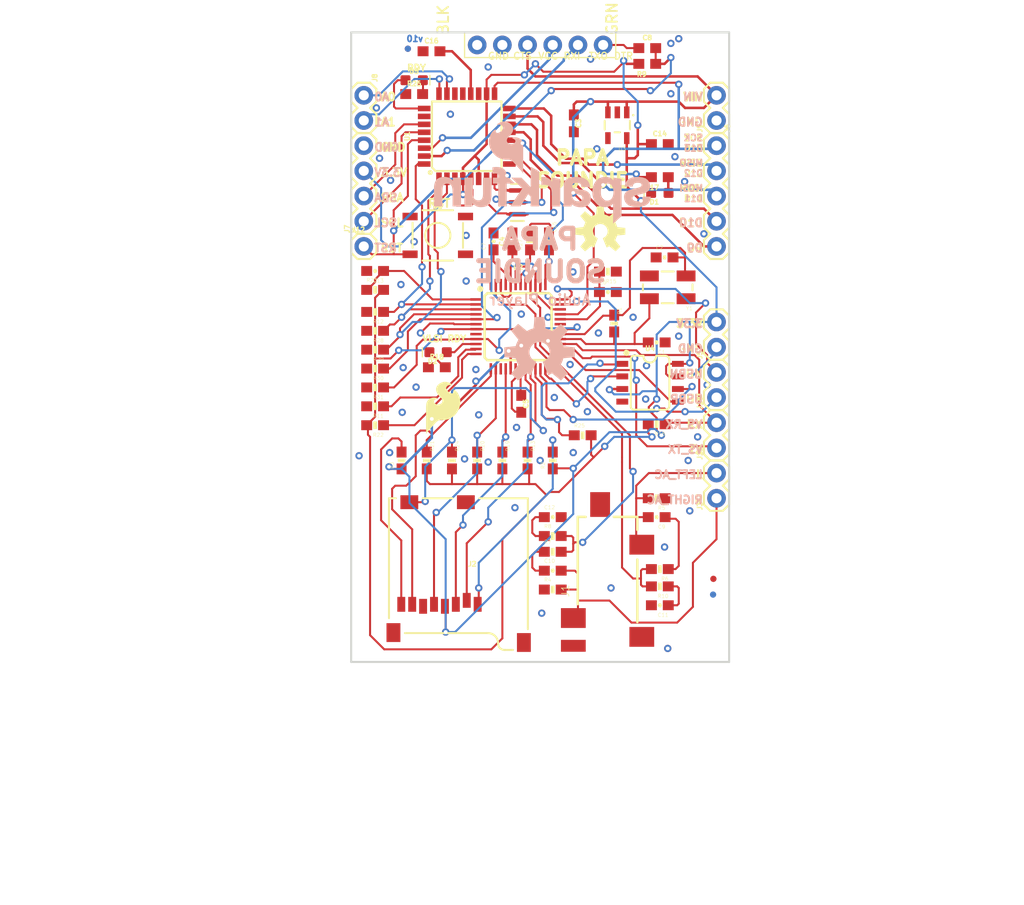
<source format=kicad_pcb>
(kicad_pcb (version 20211014) (generator pcbnew)
  (layers (0 "F.Cu" signal) (31 "B.Cu" signal) (34 "B.Paste" user) (35 "F.Paste" user) (36 "B.SilkS" user "B.Silkscreen") (37 "F.SilkS" user "F.Silkscreen") (38 "B.Mask" user) (39 "F.Mask" user) (44 "Edge.Cuts" user))
  (net 0 "")
  (net 1 "GND")
  (net 2 "PWRBTN")
  (net 3 "LEFT")
  (net 4 "RIGHT")
  (net 5 "GBUF")
  (net 6 "VCC")
  (net 7 "AVDD")
  (net 8 "CVDD")
  (net 9 "N$7")
  (net 10 "N$3")
  (net 11 "N$6")
  (net 12 "L_AC")
  (net 13 "R_AC")
  (net 14 "N$17")
  (net 15 "N$20")
  (net 16 "XTAL1")
  (net 17 "XTAL0")
  (net 18 "DVDD")
  (net 19 "N$2")
  (net 20 "N$8")
  (net 21 "N$16")
  (net 22 "RST")
  (net 23 "DTR")
  (net 24 "N$39")
  (net 25 "SCK")
  (net 26 "N$42")
  (net 27 "A0")
  (net 28 "A1")
  (net 29 "RXI")
  (net 30 "TXO")
  (net 31 "D9")
  (net 32 "D10")
  (net 33 "MOSI")
  (net 34 "MISO")
  (net 35 "SDA")
  (net 36 "SCL")
  (net 37 "SDDO")
  (net 38 "SDCK")
  (net 39 "SDDI")
  (net 40 "SDXCS")
  (net 41 "SDCD")
  (net 42 "IO_0")
  (net 43 "IO_1")
  (net 44 "IO_2")
  (net 45 "IO_3")
  (net 46 "IO_4")
  (net 47 "IO_6")
  (net 48 "IO_7")
  (net 49 "N$15")
  (net 50 "N$19")
  (net 51 "XRST")
  (net 52 "VS_RX")
  (net 53 "VS_TX")
  (net 54 "RAW")
  (net 55 "XCS")
  (net 56 "SCLK")
  (net 57 "SI")
  (net 58 "SO")
  (net 59 "USBN")
  (net 60 "USBP")
  (net 61 "N$34")
  (net 62 "N$35")
  (net 63 "N$31")
  (net 64 "N$36")
  (footprint "boardEagle:0603-RES" (layer "F.Cu") (at 131.8641 101.4476 180)
    (fp_text reference "R12")
    (fp_text value "100k")
  )
  (footprint "boardEagle:0603" (layer "F.Cu") (at 135.8011 79.4766)
    (fp_text reference "R26")
    (fp_text value "2.0k")
  )
  (footprint "boardEagle:FIDUCIAL-MICRO" (layer "F.Cu") (at 165.9636 128.3716 90)
    (fp_text reference "FD2" hide)
    (fp_text value "FIDUCIALUFIDUCIAL" hide)
  )
  (footprint "boardEagle:0603" (layer "F.Cu") (at 145.7071 94.3356 90)
    (fp_text reference "C4")
    (fp_text value "10uF")
  )
  (footprint "boardEagle:0603-CAP" (layer "F.Cu") (at 143.8021 94.3356 90)
    (fp_text reference "C7")
    (fp_text value "1.0uF")
  )
  (footprint "boardEagle:0603-RES" (layer "F.Cu") (at 131.8641 109.0676 180)
    (fp_text reference "R31")
    (fp_text value "100k")
  )
  (footprint "boardEagle:LED-0603" (layer "F.Cu") (at 138.2141 105.5116 180)
    (fp_text reference "D2")
    (fp_text value "RED")
  )
  (footprint "boardEagle:6_PIN_SERIAL_TARGET_SIDE_W_SILK" (layer "F.Cu") (at 148.5011 74.5236 180)
    (fp_text reference "J4" hide)
    (fp_text value "" hide)
  )
  (footprint "boardEagle:0603-CAP" (layer "F.Cu") (at 149.7711 127.5461)
    (fp_text reference "C10")
    (fp_text value "10uF")
  )
  (footprint "boardEagle:0603" (layer "F.Cu") (at 146.5961 110.7186 -90)
    (fp_text reference "C5")
    (fp_text value "10uF")
  )
  (footprint "boardEagle:AUDIO-JACK-3.5MM-SMD" (layer "F.Cu") (at 155.2956 136.6266 90)
    (fp_text reference "J1")
    (fp_text value "Audio Jack")
  )
  (footprint "boardEagle:0603-RES" (layer "F.Cu") (at 160.2486 120.2436 180)
    (fp_text reference "R5")
    (fp_text value "10K")
  )
  (footprint "boardEagle:RESONATOR-SMD-3.2X1.3" (layer "F.Cu") (at 146.2151 90.3986 90)
    (fp_text reference "Y2")
    (fp_text value "8MHz")
  )
  (footprint "boardEagle:0603-RES" (layer "F.Cu") (at 131.8641 103.3526 180)
    (fp_text reference "R28")
    (fp_text value "100k")
  )
  (footprint "boardEagle:0603" (layer "F.Cu") (at 160.5661 84.52485)
    (fp_text reference "C14")
    (fp_text value "2.2uF")
  )
  (footprint "boardEagle:MICRO-SD-SOCKET" (layer "F.Cu") (at 133.2611 120.2436 180)
    (fp_text reference "J2")
    (fp_text value "MICRO-SD_CARD_SOCKET")
  )
  (footprint "boardEagle:0603-RES" (layer "F.Cu") (at 149.7711 125.6411)
    (fp_text reference "R7")
    (fp_text value "470")
  )
  (footprint "boardEagle:0603-RES" (layer "F.Cu") (at 152.78735 113.8936)
    (fp_text reference "R25")
    (fp_text value "100k")
  )
  (footprint "boardEagle:0603-RES" (layer "F.Cu") (at 144.6911 116.4336 -90)
    (fp_text reference "R19")
    (fp_text value "100k")
  )
  (footprint "boardEagle:1X02" (layer "F.Cu") (at 166.2811 120.2436 90)
    (fp_text reference "J3")
    (fp_text value "")
  )
  (footprint "boardEagle:0603-RES" (layer "F.Cu") (at 147.2311 116.4336 -90)
    (fp_text reference "R13")
    (fp_text value "100k")
  )
  (footprint "boardEagle:0603-CAP" (layer "F.Cu") (at 131.8641 97.3201 180)
    (fp_text reference "C13")
    (fp_text value "10uF")
  )
  (footprint "boardEagle:1X04" (layer "F.Cu") (at 130.7211 92.3036 90)
    (fp_text reference "J7")
    (fp_text value "")
  )
  (footprint "boardEagle:SOT23-5" (layer "F.Cu") (at 156.27985 82.61985 180)
    (fp_text reference "U3")
    (fp_text value "3.3V")
  )
  (footprint "boardEagle:TQFP32-08" (layer "F.Cu") (at 141.10335 83.7311 90)
    (fp_text reference "U1")
    (fp_text value "ATMEGA328P_TQFP")
  )
  (footprint "boardEagle:CREATIVE_COMMONS" (layer "F.Cu") (at 114.36985 160.5661)
    (fp_text reference "FRAME3" hide)
    (fp_text value "FRAME-LETTER" hide)
  )
  (footprint "boardEagle:CREATIVE_COMMONS" (layer "F.Cu") (at 114.36985 160.5661)
    (fp_text reference "FRAME2" hide)
    (fp_text value "FRAME-LETTER" hide)
  )
  (footprint "boardEagle:0603-RES" (layer "F.Cu") (at 131.8641 110.9726 180)
    (fp_text reference "R11")
    (fp_text value "100k")
  )
  (footprint "boardEagle:LED-0603" (layer "F.Cu") (at 160.5661 89.4461 180)
    (fp_text reference "D1")
    (fp_text value "GREEN")
  )
  (footprint "boardEagle:0603-CAP" (layer "F.Cu") (at 149.7711 122.1486)
    (fp_text reference "C12")
    (fp_text value "10nF")
  )
  (footprint "boardEagle:0603-CAP" (layer "F.Cu") (at 149.3901 94.3356 -90)
    (fp_text reference "C15")
    (fp_text value "47nF")
  )
  (footprint "boardEagle:0603-RES" (layer "F.Cu") (at 142.1511 116.4336 -90)
    (fp_text reference "R20")
    (fp_text value "100k")
  )
  (footprint "boardEagle:0603-RES" (layer "F.Cu") (at 160.5661 129.1336 180)
    (fp_text reference "R10")
    (fp_text value "20")
  )
  (footprint "boardEagle:LED-0603" (layer "F.Cu") (at 135.8011 78.0796)
    (fp_text reference "D3")
    (fp_text value "RED")
  )
  (footprint "boardEagle:0603-CAP" (layer "F.Cu") (at 155.32735 99.44735)
    (fp_text reference "C6")
    (fp_text value "1.0uF")
  )
  (footprint "boardEagle:0603-CAP" (layer "F.Cu") (at 160.2486 104.52735 180)
    (fp_text reference "C1")
    (fp_text value "22pF")
  )
  (footprint "boardEagle:1X02" (layer "F.Cu") (at 166.2811 110.0836 90)
    (fp_text reference "J10")
    (fp_text value "")
  )
  (footprint "boardEagle:0603-RES" (layer "F.Cu") (at 149.7711 116.4336 90)
    (fp_text reference "R2")
    (fp_text value "100k")
  )
  (footprint "boardEagle:0603-RES" (layer "F.Cu") (at 131.8641 107.1626 180)
    (fp_text reference "R30")
    (fp_text value "100k")
  )
  (footprint "boardEagle:0603-RES" (layer "F.Cu") (at 139.6111 116.4336 -90)
    (fp_text reference "R24")
    (fp_text value "100k")
  )
  (footprint "boardEagle:1X01" (layer "F.Cu") (at 130.7211 94.8436)
    (fp_text reference "J12")
    (fp_text value "")
  )
  (footprint "boardEagle:0603" (layer "F.Cu") (at 151.89835 82.42935 -90)
    (fp_text reference "C3")
    (fp_text value "10uF")
  )
  (footprint "boardEagle:0603" (layer "F.Cu") (at 137.54735 75.1586)
    (fp_text reference "C16")
    (fp_text value "0.1uF")
  )
  (footprint "boardEagle:0603-CAP" (layer "F.Cu") (at 161.04235 95.95485)
    (fp_text reference "C2")
    (fp_text value "22pF")
  )
  (footprint "boardEagle:1X02" (layer "F.Cu") (at 130.7211 79.6036 -90)
    (fp_text reference "J8")
    (fp_text value "")
  )
  (footprint "boardEagle:FIDUCIAL-MICRO" (layer "F.Cu") (at 135.1661 74.9046 90)
    (fp_text reference "FD1" hide)
    (fp_text value "FIDUCIALUFIDUCIAL" hide)
  )
  (footprint "boardEagle:0603-CAP" (layer "F.Cu") (at 160.5661 131.0386 180)
    (fp_text reference "C11")
    (fp_text value "10nF")
  )
  (footprint "boardEagle:0603" (layer "F.Cu") (at 159.2961 74.8411)
    (fp_text reference "C8")
    (fp_text value "0.1uF")
  )
  (footprint "boardEagle:0603-RES" (layer "F.Cu") (at 137.0711 116.4336 -90)
    (fp_text reference "R21")
    (fp_text value "100k")
  )
  (footprint "boardEagle:0603-RES" (layer "F.Cu") (at 149.7711 129.4511)
    (fp_text reference "R4")
    (fp_text value "10K")
  )
  (footprint "boardEagle:0603-RES" (layer "F.Cu") (at 131.8641 105.2576 180)
    (fp_text reference "R29")
    (fp_text value "100k")
  )
  (footprint "boardEagle:OSHW-LOGO-M" (layer "F.Cu") (at 154.56535 93.3196)
    (fp_text reference "LOGO3" hide)
    (fp_text value "OSHW-LOGOL" hide)
  )
  (footprint "boardEagle:0603-RES" (layer "F.Cu") (at 147.4851 94.3356 90)
    (fp_text reference "R27")
    (fp_text value "10")
  )
  (footprint "boardEagle:0603-RES" (layer "F.Cu") (at 134.5311 116.4336 90)
    (fp_text reference "R3")
    (fp_text value "100k")
  )
  (footprint "boardEagle:1X02" (layer "F.Cu") (at 166.2811 82.1436 90)
    (fp_text reference "J9")
    (fp_text value "")
  )
  (footprint "boardEagle:STAND-OFF-TIGHT" (layer "F.Cu") (at 165.0111 75.7936 90)
    (fp_text reference "H1" hide)
    (fp_text value "STAND-OFFTIGHT" hide)
  )
  (footprint "boardEagle:0603-RES" (layer "F.Cu") (at 149.7711 124.0536)
    (fp_text reference "R8")
    (fp_text value "20")
  )
  (footprint "boardEagle:0603" (layer "F.Cu") (at 160.5661 87.8586 180)
    (fp_text reference "R17")
    (fp_text value "330")
  )
  (footprint "boardEagle:0603-RES" (layer "F.Cu") (at 155.96235 102.62235 -90)
    (fp_text reference "R1")
    (fp_text value "1M")
  )
  (footprint "boardEagle:0603-RES" (layer "F.Cu") (at 131.8641 112.8776 180)
    (fp_text reference "R22")
    (fp_text value "100k")
  )
  (footprint "boardEagle:TACTILE_SWITCH_SMD_5.2MM" (layer "F.Cu") (at 138.18235 93.73235)
    (fp_text reference "S1")
    (fp_text value "RESET")
  )
  (footprint "boardEagle:1X02" (layer "F.Cu") (at 166.2811 105.0036 90)
    (fp_text reference "J5")
    (fp_text value "")
  )
  (footprint "boardEagle:0603-RES" (layer "F.Cu") (at 131.8641 99.2251)
    (fp_text reference "R23")
    (fp_text value "100k")
  )
  (footprint "boardEagle:0603" (layer "F.Cu") (at 138.0871 107.0356)
    (fp_text reference "R18")
    (fp_text value "2.0k")
  )
  (footprint "boardEagle:LQFP-48" (layer "F.Cu") (at 146.2786 102.93985 -90)
    (fp_text reference "U2")
    (fp_text value "VS1000D")
  )
  (footprint "boardEagle:0603-RES" (layer "F.Cu") (at 160.5661 127.38735 180)
    (fp_text reference "R6")
    (fp_text value "470")
  )
  (footprint "boardEagle:0603-RES" (layer "F.Cu") (at 160.2486 112.78235 180)
    (fp_text reference "R16")
    (fp_text value "100k")
  )
  (footprint "boardEagle:0603-CAP" (layer "F.Cu") (at 160.2486 122.1486 180)
    (fp_text reference "C9")
    (fp_text value "10uF")
  )
  (footprint "boardEagle:STAND-OFF-TIGHT" (layer "F.Cu") (at 165.0111 134.2136)
    (fp_text reference "H3" hide)
    (fp_text value "STAND-OFFTIGHT" hide)
  )
  (footprint "boardEagle:CRYSTAL-SMD-5X3" (layer "F.Cu") (at 161.35985 98.9711 180)
    (fp_text reference "Y1")
    (fp_text value "12MHz")
  )
  (footprint "boardEagle:0603" (layer "F.Cu") (at 159.2961 76.4286 180)
    (fp_text reference "R9")
    (fp_text value "10k")
  )
  (footprint "boardEagle:CREATIVE_COMMONS" (layer "F.Cu") (at 114.36985 160.5661)
    (fp_text reference "FRAME1" hide)
    (fp_text value "FRAME-LETTER" hide)
  )
  (footprint "boardEagle:STAND-OFF-TIGHT" (layer "F.Cu") (at 131.9911 75.7936 180)
    (fp_text reference "H2" hide)
    (fp_text value "STAND-OFFTIGHT" hide)
  )
  (footprint "boardEagle:0603-RES" (layer "F.Cu") (at 155.32735 97.3836 180)
    (fp_text reference "R15")
    (fp_text value "1M")
  )
  (footprint "boardEagle:1X05" (layer "F.Cu") (at 166.2811 84.6836 -90)
    (fp_text reference "J6")
    (fp_text value "")
  )
  (footprint "boardEagle:SO08" (layer "F.Cu") (at 159.58185 108.59135 -90)
    (fp_text reference "U4")
    (fp_text value "4MB Flash")
  )
  (footprint "boardEagle:SFE_LOGO_FLAME_.2" (layer "F.Cu") (at 136.6901 113.8936)
    (fp_text reference "LOGO2" hide)
    (fp_text value "SFE_LOGO_FLAME.2_INCH" hide)
  )
  (footprint "boardEagle:1X02" (layer "F.Cu") (at 166.2811 115.1636 90)
    (fp_text reference "J11")
    (fp_text value "")
  )
  (footprint "boardEagle:FIDUCIAL-MICRO" (layer "B.Cu") (at 165.93185 129.9591)
    (fp_text reference "FD4" hide)
    (fp_text value "FIDUCIALUFIDUCIAL" hide)
  )
  (footprint "boardEagle:FIDUCIAL-MICRO" (layer "B.Cu") (at 135.1661 74.9046)
    (fp_text reference "FD3" hide)
    (fp_text value "FIDUCIALUFIDUCIAL" hide)
  )
  (footprint "boardEagle:OSHW-LOGO-L" (layer "B.Cu") (at 148.4376 105.5116 180)
    (fp_text reference "LOGO1" hide)
    (fp_text value "OSHW-LOGOL" hide)
  )
  (footprint "boardEagle:SFE_LOGO_NAME_FLAME_.2" (layer "B.Cu") (at 160.32135 92.5576 180)
    (fp_text reference "LOGO6" hide)
    (fp_text value "SFE_LOGO_NAME_FLAME.1_INCH" hide)
  )
  (gr_line (start 129.4511 136.7536) (end 167.5511 136.7536) (layer "Edge.Cuts") (width 0.2032))
  (gr_line (start 167.5511 73.2536) (end 129.4511 73.2536) (layer "Edge.Cuts") (width 0.2032))
  (gr_line (start 129.4511 73.2536) (end 129.4511 136.7536) (layer "Edge.Cuts") (width 0.2032))
  (gr_line (start 167.5511 136.7536) (end 167.5511 73.2536) (layer "Edge.Cuts") (width 0.2032))
  (gr_text "v10" (at 136.776725 74.25685) (layer "B.Cu") (effects (font (size 0.6096 0.6096) (thickness 0.2032)) (justify left bottom mirror)))
  (gr_text "RIGHT_AC" (at 165.0111 120.8786) (layer "B.SilkS") (effects (font (size 0.8128 0.8128) (thickness 0.2032)) (justify left bottom mirror)))
  (gr_text "GND" (at 165.0111 82.7786) (layer "B.SilkS") (effects (font (size 0.8128 0.8128) (thickness 0.2032)) (justify left bottom mirror)))
  (gr_text "USBP" (at 165.0111 110.7186) (layer "B.SilkS") (effects (font (size 0.8128 0.8128) (thickness 0.2032)) (justify left bottom mirror)))
  (gr_text "VS_TX" (at 165.0111 115.7986) (layer "B.SilkS") (effects (font (size 0.8128 0.8128) (thickness 0.2032)) (justify left bottom mirror)))
  (gr_text "A0" (at 131.6736 80.2386) (layer "B.SilkS") (effects (font (size 0.8128 0.8128) (thickness 0.2032)) (justify right bottom mirror)))
  (gr_text "D10" (at 165.0111 92.9386) (layer "B.SilkS") (effects (font (size 0.8128 0.8128) (thickness 0.2032)) (justify left bottom mirror)))
  (gr_text "MOSI\nD11" (at 165.0111 90.3986) (layer "B.SilkS") (effects (font (size 0.65024 0.65024) (thickness 0.16256)) (justify left bottom mirror)))
  (gr_text "MISO\nD12" (at 165.0111 87.8586) (layer "B.SilkS") (effects (font (size 0.65024 0.65024) (thickness 0.16256)) (justify left bottom mirror)))
  (gr_text "SCL" (at 131.6736 92.9386) (layer "B.SilkS") (effects (font (size 0.8128 0.8128) (thickness 0.2032)) (justify right bottom mirror)))
  (gr_text "D9" (at 165.0111 95.4786) (layer "B.SilkS") (effects (font (size 0.8128 0.8128) (thickness 0.2032)) (justify left bottom mirror)))
  (gr_text "USBN" (at 164.99985 108.20485) (layer "B.SilkS") (effects (font (size 0.8128 0.8128) (thickness 0.2032)) (justify left bottom mirror)))
  (gr_text "3.3V" (at 131.6736 87.8586) (layer "B.SilkS") (effects (font (size 0.8128 0.8128) (thickness 0.2032)) (justify right bottom mirror)))
  (gr_text "LEFT_AC" (at 165.0111 118.3386) (layer "B.SilkS") (effects (font (size 0.8128 0.8128) (thickness 0.2032)) (justify left bottom mirror)))
  (gr_text "SDA" (at 131.6736 90.3986) (layer "B.SilkS") (effects (font (size 0.8128 0.8128) (thickness 0.2032)) (justify right bottom mirror)))
  (gr_text "PAPA\nSOUNDIE" (at 148.5011 92.9386) (layer "B.SilkS") (effects (font (size 2.032 2.032) (thickness 0.508)) (justify top mirror)))
  (gr_text "VIN" (at 165.0111 80.2386) (layer "B.SilkS") (effects (font (size 0.8128 0.8128) (thickness 0.2032)) (justify left bottom mirror)))
  (gr_text "GND" (at 131.6736 85.3186) (layer "B.SilkS") (effects (font (size 0.8128 0.8128) (thickness 0.2032)) (justify right bottom mirror)))
  (gr_text "A1" (at 131.6736 82.7786) (layer "B.SilkS") (effects (font (size 0.8128 0.8128) (thickness 0.2032)) (justify right bottom mirror)))
  (gr_text "SCK\nD13" (at 165.0111 85.3186) (layer "B.SilkS") (effects (font (size 0.65024 0.65024) (thickness 0.16256)) (justify left bottom mirror)))
  (gr_text "VS_RX" (at 164.97735 113.2761) (layer "B.SilkS") (effects (font (size 0.8128 0.8128) (thickness 0.2032)) (justify left bottom mirror)))
  (gr_text "GND" (at 165.0111 105.6386) (layer "B.SilkS") (effects (font (size 0.8128 0.8128) (thickness 0.2032)) (justify left bottom mirror)))
  (gr_text "3.3V" (at 165.0111 103.0986) (layer "B.SilkS") (effects (font (size 0.8128 0.8128) (thickness 0.2032)) (justify left bottom mirror)))
  (gr_text "RST" (at 131.6736 95.4786) (layer "B.SilkS") (effects (font (size 0.8128 0.8128) (thickness 0.2032)) (justify right bottom mirror)))
  (gr_text "Audio Player" (at 148.5011 99.6061) (layer "B.SilkS") (effects (font (size 1.0795 1.0795) (thickness 0.1905)) (justify top mirror)))
  (gr_text "D10" (at 165.0111 92.9386) (layer "F.SilkS") (effects (font (size 0.8128 0.8128) (thickness 0.2032)) (justify right bottom)))
  (gr_text "A0" (at 132.3086 80.2386) (layer "F.SilkS") (effects (font (size 0.8128 0.8128) (thickness 0.2032)) (justify left bottom)))
  (gr_text "D9" (at 165.0111 95.4786) (layer "F.SilkS") (effects (font (size 0.8128 0.8128) (thickness 0.2032)) (justify right bottom)))
  (gr_text "L" (at 165.0111 118.3386) (layer "F.SilkS") (effects (font (size 0.8128 0.8128) (thickness 0.2032)) (justify right bottom)))
  (gr_text "R" (at 165.0111 120.8786) (layer "F.SilkS") (effects (font (size 0.8128 0.8128) (thickness 0.2032)) (justify right bottom)))
  (gr_text "MOSI\nD11" (at 165.0111 90.3986) (layer "F.SilkS") (effects (font (size 0.65024 0.65024) (thickness 0.16256)) (justify right bottom)))
  (gr_text "RST" (at 137.08235 90.96485) (layer "F.SilkS") (effects (font (size 0.8128 0.8128) (thickness 0.2032)) (justify left bottom)))
  (gr_text "GND" (at 165.0111 105.6386) (layer "F.SilkS") (effects (font (size 0.8128 0.8128) (thickness 0.2032)) (justify right bottom)))
  (gr_text "UN" (at 165.0111 108.1786) (layer "F.SilkS") (effects (font (size 0.8128 0.8128) (thickness 0.2032)) (justify right bottom)))
  (gr_text "A1" (at 132.3086 82.7786) (layer "F.SilkS") (effects (font (size 0.8128 0.8128) (thickness 0.2032)) (justify left bottom)))
  (gr_text "GND" (at 165.0111 82.7786) (layer "F.SilkS") (effects (font (size 0.8128 0.8128) (thickness 0.2032)) (justify right bottom)))
  (gr_text "SCL" (at 132.3086 92.9386) (layer "F.SilkS") (effects (font (size 0.8128 0.8128) (thickness 0.2032)) (justify left bottom)))
  (gr_text "PAPA\nSOUNDIE" (at 152.7556 85.0646) (layer "F.SilkS") (effects (font (size 1.4224 1.4224) (thickness 0.3556)) (justify top)))
  (gr_text "SCK\nD13" (at 165.0111 85.3186) (layer "F.SilkS") (effects (font (size 0.65024 0.65024) (thickness 0.16256)) (justify right bottom)))
  (gr_text "RST" (at 132.3086 95.4786) (layer "F.SilkS") (effects (font (size 0.8128 0.8128) (thickness 0.2032)) (justify left bottom)))
  (gr_text "VIN" (at 165.0111 80.2386) (layer "F.SilkS") (effects (font (size 0.8128 0.8128) (thickness 0.2032)) (justify right bottom)))
  (gr_text "SDA" (at 132.3086 90.3986) (layer "F.SilkS") (effects (font (size 0.8128 0.8128) (thickness 0.2032)) (justify left bottom)))
  (gr_text "3.3V" (at 165.0111 103.0986) (layer "F.SilkS") (effects (font (size 0.8128 0.8128) (thickness 0.2032)) (justify right bottom)))
  (gr_text "3.3V" (at 132.3086 87.8586) (layer "F.SilkS") (effects (font (size 0.8128 0.8128) (thickness 0.2032)) (justify left bottom)))
  (gr_text "TX" (at 165.0111 115.7986) (layer "F.SilkS") (effects (font (size 0.8128 0.8128) (thickness 0.2032)) (justify right bottom)))
  (gr_text "VLSI RDY" (at 141.1316 103.7691) (layer "F.SilkS") (effects (font (size 0.65024 0.65024) (thickness 0.16256)) (justify right top)))
  (gr_text "RX" (at 165.0111 113.2586) (layer "F.SilkS") (effects (font (size 0.8128 0.8128) (thickness 0.2032)) (justify right bottom)))
  (gr_text "UP" (at 165.0111 110.7186) (layer "F.SilkS") (effects (font (size 0.8128 0.8128) (thickness 0.2032)) (justify right bottom)))
  (gr_text "MISO\nD12" (at 165.0111 87.8586) (layer "F.SilkS") (effects (font (size 0.65024 0.65024) (thickness 0.16256)) (justify right bottom)))
  (gr_text "RDY" (at 137.0676 76.4641) (layer "F.SilkS") (effects (font (size 0.65024 0.65024) (thickness 0.16256)) (justify right top)))
  (gr_text "GND" (at 132.3086 85.3186) (layer "F.SilkS") (effects (font (size 0.8128 0.8128) (thickness 0.2032)) (justify left bottom)))
  (segment (start 143.5286 97.64985) (end 143.4211 97.54235) (width 0.2032) (layer "F.Cu") (net 1))
  (segment (start 139.90335 90.5321) (end 140.08735 90.7161) (width 0.2032) (layer "F.Cu") (net 1))
  (segment (start 143.5286 98.68985) (end 143.5286 97.64985) (width 0.2032) (layer "F.Cu") (net 1))
  (segment (start 146.0286 107.18985) (end 146.0286 108.1111) (width 0.2032) (layer "F.Cu") (net 1))
  (segment (start 147.0286 98.68985) (end 147.0286 97.65735) (width 0.2032) (layer "F.Cu") (net 1))
  (segment (start 137.3886 102.62235) (end 136.4361 103.57485) (width 0.2032) (layer "F.Cu") (net 1))
  (segment (start 141.5161 88.96985) (end 141.5161 88.03645) (width 0.2032) (layer "F.Cu") (net 1))
  (segment (start 141.5161 88.03645) (end 141.50335 88.0237) (width 0.2032) (layer "F.Cu") (net 1))
  (segment (start 146.0286 108.1111) (end 145.6436 108.4961) (width 0.2032) (layer "F.Cu") (net 1))
  (segment (start 148.9926 99.5426) (end 148.5011 99.5426) (width 0.2032) (layer "F.Cu") (net 1))
  (segment (start 148.5011 99.5426) (end 148.5011 98.71735) (width 0.2032) (layer "F.Cu") (net 1))
  (segment (start 146.5286 98.68985) (end 146.5286 97.7686) (width 0.2032) (layer "F.Cu") (net 1))
  (segment (start 141.67485 90.55735) (end 141.67485 89.1286) (width 0.2032) (layer "F.Cu") (net 1))
  (segment (start 146.75485 97.54235) (end 146.5286 97.7686) (width 0.2032) (layer "F.Cu") (net 1))
  (segment (start 141.5161 90.7161) (end 141.67485 90.55735) (width 0.2032) (layer "F.Cu") (net 1))
  (segment (start 145.9611 111.51235) (end 146.53985 111.51235) (width 0.2032) (layer "F.Cu") (net 1))
  (segment (start 147.0286 97.65735) (end 146.9136 97.54235) (width 0.2032) (layer "F.Cu") (net 1))
  (segment (start 140.08735 90.7161) (end 141.5161 90.7161) (width 0.2032) (layer "F.Cu") (net 1))
  (segment (start 149.30485 99.85485) (end 148.9926 99.5426) (width 0.2032) (layer "F.Cu") (net 1))
  (segment (start 139.90335 88.0237) (end 139.90335 90.5321) (width 0.2032) (layer "F.Cu") (net 1))
  (segment (start 146.53985 111.51235) (end 146.5961 111.5686) (width 0.2032) (layer "F.Cu") (net 1))
  (segment (start 146.9136 97.54235) (end 146.75485 97.54235) (width 0.2032) (layer "F.Cu") (net 1))
  (segment (start 139.76985 102.62235) (end 137.3886 102.62235) (width 0.2032) (layer "F.Cu") (net 1))
  (segment (start 141.67485 89.1286) (end 141.5161 88.96985) (width 0.2032) (layer "F.Cu") (net 1))
  (segment (start 148.5011 98.71735) (end 148.5286 98.68985) (width 0.2032) (layer "F.Cu") (net 1))
  (segment (start 142.0286 102.68985) (end 139.83735 102.68985) (width 0.2032) (layer "F.Cu") (net 1))
  (segment (start 139.83735 102.68985) (end 139.76985 102.62235) (width 0.2032) (layer "F.Cu") (net 1))
  (segment (start 145.6436 108.4961) (end 145.6436 111.19485) (width 0.2032) (layer "F.Cu") (net 1))
  (segment (start 145.6436 111.19485) (end 145.9611 111.51235) (width 0.2032) (layer "F.Cu") (net 1))
  (via (at 149.29485 101.98735) (size 0.7366) (drill 0.381) (layers "F.Cu" "B.Cu") (net 1))
  (via (at 133.41985 88.1761) (size 0.7366) (drill 0.381) (layers "F.Cu" "B.Cu") (net 1))
  (via (at 142.0241 107.25785) (size 0.7366) (drill 0.381) (layers "F.Cu" "B.Cu") (net 1))
  (via (at 162.0901 85.79485) (size 0.7366) (drill 0.381) (layers "F.Cu" "B.Cu") (net 1))
  (via (at 162.4711 103.89235) (size 0.7366) (drill 0.381) (layers "F.Cu" "B.Cu") (net 1))
  (via (at 135.8011 94.36735) (size 0.7366) (drill 0.381) (layers "F.Cu" "B.Cu") (net 1))
  (via (at 163.58235 121.5136) (size 0.7366) (drill 0.381) (layers "F.Cu" "B.Cu") (net 1))
  (via (at 159.22235 106.8686) (size 0.7366) (drill 0.381) (layers "F.Cu" "B.Cu") (net 1))
  (via (at 143.26235 76.7461) (size 0.7366) (drill 0.381) (layers "F.Cu" "B.Cu") (net 1))
  (via (at 143.26235 116.59235) (size 0.7366) (drill 0.381) (layers "F.Cu" "B.Cu") (net 1))
  (via (at 154.2161 85.0011) (size 0.7366) (drill 0.381) (layers "F.Cu" "B.Cu") (net 1))
  (via (at 153.2636 111.51235) (size 0.7366) (drill 0.381) (layers "F.Cu" "B.Cu") (net 1))
  (via (at 155.64485 129.29235) (size 0.7366) (drill 0.381) (layers "F.Cu" "B.Cu") (net 1))
  (via (at 163.4236 116.4336) (size 0.7366) (drill 0.381) (layers "F.Cu" "B.Cu") (net 1))
  (via (at 161.36235 135.3936) (size 0.7366) (drill 0.381) (layers "F.Cu" "B.Cu") (net 1))
  (via (at 141.03985 98.3361) (size 0.7366) (drill 0.381) (layers "F.Cu" "B.Cu") (net 1))
  (via (at 149.92985 110.0836) (size 0.7366) (drill 0.381) (layers "F.Cu" "B.Cu") (net 1))
  (via (at 151.51735 106.74985) (size 0.7366) (drill 0.381) (layers "F.Cu" "B.Cu") (net 1))
  (via (at 151.83485 115.63985) (size 0.7366) (drill 0.381) (layers "F.Cu" "B.Cu") (net 1))
  (via (at 165.3286 108.8136) (size 0.7366) (drill 0.381) (layers "F.Cu" "B.Cu") (net 1))
  (via (at 161.67735 74.36485) (size 0.7366) (drill 0.381) (layers "F.Cu" "B.Cu") (net 1))
  (via (at 161.67735 79.44485) (size 0.7366) (drill 0.381) (layers "F.Cu" "B.Cu") (net 1))
  (via (at 134.5946 111.57585) (size 0.7366) (drill 0.381) (layers "F.Cu" "B.Cu") (net 1))
  (via (at 153.5811 75.95235) (size 0.7366) (drill 0.381) (layers "F.Cu" "B.Cu") (net 1))
  (via (at 165.0111 93.5736) (size 0.7366) (drill 0.381) (layers "F.Cu" "B.Cu") (net 1))
  (via (at 145.16735 87.69985) (size 0.7366) (drill 0.381) (layers "F.Cu" "B.Cu") (net 1))
  (via (at 136.4361 103.57485) (size 0.7366) (drill 0.381) (layers "F.Cu" "B.Cu") (net 1))
  (via (at 142.30985 111.82985) (size 0.7366) (drill 0.381) (layers "F.Cu" "B.Cu") (net 1))
  (via (at 149.29485 104.3686) (size 0.7366) (drill 0.381) (layers "F.Cu" "B.Cu") (net 1))
  (via (at 146.5961 101.66985) (size 0.7366) (drill 0.381) (layers "F.Cu" "B.Cu") (net 1))
  (via (at 147.07235 97.54235) (size 0.7366) (drill 0.381) (layers "F.Cu" "B.Cu") (net 1))
  (via (at 140.8811 116.27485) (size 0.7366) (drill 0.381) (layers "F.Cu" "B.Cu") (net 1))
  (via (at 164.3761 114.05235) (size 0.7366) (drill 0.381) (layers "F.Cu" "B.Cu") (net 1))
  (via (at 132.3086 85.9536) (size 0.7366) (drill 0.381) (layers "F.Cu" "B.Cu") (net 1))
  (via (at 162.4711 73.8886) (size 0.7366) (drill 0.381) (layers "F.Cu" "B.Cu") (net 1))
  (via (at 133.3246 115.63985) (size 0.7366) (drill 0.381) (layers "F.Cu" "B.Cu") (net 1))
  (via (at 134.68985 107.06735) (size 0.7366) (drill 0.381) (layers "F.Cu" "B.Cu") (net 1))
  (via (at 130.24485 115.95735) (size 0.7366) (drill 0.381) (layers "F.Cu" "B.Cu") (net 1))
  (via (at 134.4676 98.68535) (size 0.7366) (drill 0.381) (layers "F.Cu" "B.Cu") (net 1))
  (via (at 131.9911 80.8736) (size 0.7366) (drill 0.381) (layers "F.Cu" "B.Cu") (net 1))
  (via (at 146.11985 113.09985) (size 0.7366) (drill 0.381) (layers "F.Cu" "B.Cu") (net 1))
  (via (at 154.37485 103.57485) (size 0.7366) (drill 0.381) (layers "F.Cu" "B.Cu") (net 1))
  (via (at 157.86735 101.98735) (size 0.7366) (drill 0.381) (layers "F.Cu" "B.Cu") (net 1))
  (via (at 149.30485 99.85485) (size 0.7366) (drill 0.381) (layers "F.Cu" "B.Cu") (net 1))
  (via (at 144.0561 90.0811) (size 0.7366) (drill 0.381) (layers "F.Cu" "B.Cu") (net 1))
  (via (at 159.13735 110.24235) (size 0.7366) (drill 0.381) (layers "F.Cu" "B.Cu") (net 1))
  (via (at 148.5011 116.4336) (size 0.7366) (drill 0.381) (layers "F.Cu" "B.Cu") (net 1))
  (via (at 135.9916 109.03585) (size 0.7366) (drill 0.381) (layers "F.Cu" "B.Cu") (net 1))
  (via (at 145.9611 121.1961) (size 0.7366) (drill 0.381) (layers "F.Cu" "B.Cu") (net 1))
  (via (at 163.0616 88.3006) (size 0.7366) (drill 0.381) (layers "F.Cu" "B.Cu") (net 1))
  (via (at 148.65985 131.83235) (size 0.7366) (drill 0.381) (layers "F.Cu" "B.Cu") (net 1))
  (via (at 139.45235 81.5086) (size 0.7366) (drill 0.381) (layers "F.Cu" "B.Cu") (net 1))
  (via (at 161.04235 125.16485) (size 0.7366) (drill 0.381) (layers "F.Cu" "B.Cu") (net 1))
  (via (at 141.03985 93.73235) (size 0.7366) (drill 0.381) (layers "F.Cu" "B.Cu") (net 1))
  (via (at 151.8031 97.41535) (size 0.7366) (drill 0.381) (layers "F.Cu" "B.Cu") (net 1))
  (segment (start 166.2811 105.0036) (end 166.2811 105.47985) (width 0.2032) (layer "B.Cu") (net 1))
  (segment (start 166.2811 105.47985) (end 163.7411 108.01985) (width 0.2032) (layer "B.Cu") (net 1))
  (segment (start 146.7231 84.5566) (end 146.7231 84.4296) (width 0.254) (layer "F.Cu") (net 2))
  (segment (start 149.0286 96.7291) (end 149.3901 96.3676) (width 0.2032) (layer "F.Cu") (net 2))
  (segment (start 149.0286 98.68985) (end 149.0286 96.7291) (width 0.2032) (layer "F.Cu") (net 2))
  (segment (start 146.3486 84.9311) (end 146.7231 84.5566) (width 0.254) (layer "F.Cu") (net 2))
  (segment (start 145.39595 84.9311) (end 146.3486 84.9311) (width 0.254) (layer "F.Cu") (net 2))
  (segment (start 149.0286 98.68985) (end 149.0286 98.1261) (width 0.2032) (layer "F.Cu") (net 2))
  (via (at 146.7231 84.4296) (size 0.7366) (drill 0.381) (layers "F.Cu" "B.Cu") (net 2))
  (via (at 149.3901 96.3676) (size 0.7366) (drill 0.381) (layers "F.Cu" "B.Cu") (net 2))
  (segment (start 150.7871 90.6526) (end 150.7871 92.1766) (width 0.2032) (layer "B.Cu") (net 2))
  (segment (start 146.7231 84.4296) (end 149.7711 87.4776) (width 0.2032) (layer "B.Cu") (net 2))
  (segment (start 149.3901 93.5736) (end 149.3901 96.3676) (width 0.2032) (layer "B.Cu") (net 2))
  (segment (start 150.7871 92.1766) (end 149.3901 93.5736) (width 0.2032) (layer "B.Cu") (net 2))
  (segment (start 149.7711 89.6366) (end 150.7871 90.6526) (width 0.2032) (layer "B.Cu") (net 2))
  (segment (start 149.7711 87.4776) (end 149.7711 89.6366) (width 0.2032) (layer "B.Cu") (net 2))
  (segment (start 158.81985 129.1336) (end 158.6611 128.97485) (width 0.2032) (layer "F.Cu") (net 3))
  (segment (start 159.7161 129.1336) (end 158.81985 129.1336) (width 0.2032) (layer "F.Cu") (net 3))
  (segment (start 158.6611 127.5461) (end 158.81985 127.38735) (width 0.2032) (layer "F.Cu") (net 3))
  (segment (start 144.0286 99.8961) (end 144.84985 100.71735) (width 0.2032) (layer "F.Cu") (net 3))
  (segment (start 144.0286 98.68985) (end 144.0286 99.8961) (width 0.2032) (layer "F.Cu") (net 3))
  (segment (start 156.7561 113.73485) (end 156.7561 116.1161) (width 0.2032) (layer "F.Cu") (net 3))
  (segment (start 156.7561 127.2286) (end 156.7561 116.59235) (width 0.2032) (layer "F.Cu") (net 3))
  (segment (start 156.7561 116.59235) (end 156.7561 116.1161) (width 0.2032) (layer "F.Cu") (net 3))
  (segment (start 148.02485 101.66985) (end 148.02485 105.0036) (width 0.2032) (layer "F.Cu") (net 3))
  (segment (start 158.81985 127.38735) (end 159.7161 127.38735) (width 0.2032) (layer "F.Cu") (net 3))
  (segment (start 158.6611 128.33985) (end 158.6611 127.5461) (width 0.2032) (layer "F.Cu") (net 3))
  (segment (start 147.07235 100.71735) (end 148.02485 101.66985) (width 0.2032) (layer "F.Cu") (net 3))
  (segment (start 144.84985 100.71735) (end 147.07235 100.71735) (width 0.2032) (layer "F.Cu") (net 3))
  (segment (start 158.6611 128.97485) (end 158.6611 128.33985) (width 0.2032) (layer "F.Cu") (net 3))
  (segment (start 157.86735 128.33985) (end 158.6611 128.33985) (width 0.2032) (layer "F.Cu") (net 3))
  (segment (start 148.02485 105.0036) (end 156.7561 113.73485) (width 0.2032) (layer "F.Cu") (net 3))
  (segment (start 156.7561 127.2286) (end 157.86735 128.33985) (width 0.2032) (layer "F.Cu") (net 3))
  (segment (start 150.6211 125.6411) (end 151.6761 125.6411) (width 0.2032) (layer "F.Cu") (net 4))
  (segment (start 157.54985 113.8936) (end 157.54985 117.22735) (width 0.2032) (layer "F.Cu") (net 4))
  (segment (start 147.5286 98.68985) (end 147.5286 100.06235) (width 0.2032) (layer "F.Cu") (net 4))
  (segment (start 152.78735 124.6886) (end 151.9936 124.6886) (width 0.2032) (layer "F.Cu") (net 4))
  (segment (start 151.83485 125.48235) (end 151.83485 124.84735) (width 0.2032) (layer "F.Cu") (net 4))
  (segment (start 151.83485 124.84735) (end 151.83485 124.21235) (width 0.2032) (layer "F.Cu") (net 4))
  (segment (start 148.5011 104.84485) (end 157.54985 113.8936) (width 0.2032) (layer "F.Cu") (net 4))
  (segment (start 151.6761 125.6411) (end 151.83485 125.48235) (width 0.2032) (layer "F.Cu") (net 4))
  (segment (start 151.83485 124.21235) (end 151.6761 124.0536) (width 0.2032) (layer "F.Cu") (net 4))
  (segment (start 147.5286 100.06235) (end 148.5011 101.03485) (width 0.2032) (layer "F.Cu") (net 4))
  (segment (start 148.5011 101.03485) (end 148.5011 104.84485) (width 0.2032) (layer "F.Cu") (net 4))
  (segment (start 151.6761 124.0536) (end 150.6211 124.0536) (width 0.2032) (layer "F.Cu") (net 4))
  (segment (start 151.9936 124.6886) (end 151.83485 124.84735) (width 0.2032) (layer "F.Cu") (net 4))
  (segment (start 157.54985 117.22735) (end 157.86735 117.54485) (width 0.2032) (layer "F.Cu") (net 4))
  (via (at 152.78735 124.6886) (size 0.7366) (drill 0.381) (layers "F.Cu" "B.Cu") (net 4))
  (via (at 157.86735 117.54485) (size 0.7366) (drill 0.381) (layers "F.Cu" "B.Cu") (net 4))
  (segment (start 157.86735 119.6086) (end 152.78735 124.6886) (width 0.2032) (layer "B.Cu") (net 4))
  (segment (start 157.86735 117.54485) (end 157.86735 119.6086) (width 0.2032) (layer "B.Cu") (net 4))
  (segment (start 146.0286 98.68985) (end 146.0286 97.3161) (width 0.2032) (layer "F.Cu") (net 5))
  (segment (start 147.4851 96.3676) (end 146.9771 96.8756) (width 0.2032) (layer "F.Cu") (net 5))
  (segment (start 146.4691 96.8756) (end 146.0286 97.3161) (width 0.2032) (layer "F.Cu") (net 5))
  (segment (start 147.4851 95.1856) (end 147.4851 96.3676) (width 0.2032) (layer "F.Cu") (net 5))
  (segment (start 146.9771 96.8756) (end 146.4691 96.8756) (width 0.2032) (layer "F.Cu") (net 5))
  (segment (start 157.22985 88.8086) (end 158.6611 90.23985) (width 0.254) (layer "F.Cu") (net 6))
  (segment (start 143.10335 79.4385) (end 143.10335 78.01635) (width 0.2032) (layer "F.Cu") (net 6))
  (segment (start 157.22985 85.9536) (end 157.22985 88.8086) (width 0.254) (layer "F.Cu") (net 6))
  (segment (start 158.50235 90.0811) (end 158.6611 90.23985) (width 0.2032) (layer "F.Cu") (net 6))
  (segment (start 142.0241 108.8136) (end 142.0241 108.4326) (width 0.254) (layer "F.Cu") (net 6))
  (segment (start 141.912975 85.715475) (end 140.72235 86.9061) (width 0.254) (layer "F.Cu") (net 6))
  (segment (start 157.23235 76.4286) (end 156.91485 76.1111) (width 0.254) (layer "F.Cu") (net 6))
  (segment (start 159.45485 111.3536) (end 160.2486 112.14735) (width 0.2032) (layer "F.Cu") (net 6))
  (segment (start 159.45485 111.0361) (end 159.45485 111.3536) (width 0.2032) (layer "F.Cu") (net 6))
  (segment (start 163.4871 106.68635) (end 163.58235 106.5911) (width 0.2032) (layer "F.Cu") (net 6))
  (segment (start 158.0261 85.9536) (end 157.22985 85.9536) (width 0.254) (layer "F.Cu") (net 6))
  (segment (start 140.72235 86.9061) (end 140.72235 89.60485) (width 0.2032) (layer "F.Cu") (net 6))
  (segment (start 162.38185 107.95635) (end 161.4551 107.95635) (width 0.2032) (layer "F.Cu") (net 6))
  (segment (start 137.5791 112.2426) (end 138.5951 112.2426) (width 0.254) (layer "F.Cu") (net 6))
  (segment (start 133.4761 117.2836) (end 133.2611 117.0686) (width 0.2032) (layer "F.Cu") (net 6))
  (segment (start 145.5286 107.18985) (end 145.5286 105.5871) (width 0.254) (layer "F.Cu") (net 6))
  (segment (start 142.30335 86.10585) (end 141.912975 85.715475) (width 0.254) (layer "F.Cu") (net 6))
  (segment (start 160.2486 112.14735) (end 160.2486 113.41735) (width 0.2032) (layer "F.Cu") (net 6))
  (segment (start 143.10335 84.5251) (end 141.912975 85.715475) (width 0.254) (layer "F.Cu") (net 6))
  (segment (start 158.4461 76.4286) (end 157.23235 76.4286) (width 0.254) (layer "F.Cu") (net 6))
  (segment (start 160.2486 110.24235) (end 159.45485 111.0361) (width 0.2032) (layer "F.Cu") (net 6))
  (segment (start 138.9761 133.73735) (end 138.9761 131.2186) (width 0.2032) (layer "F.Cu") (net 6))
  (segment (start 161.4551 107.95635) (end 161.2011 107.70235) (width 0.2032) (layer "F.Cu") (net 6))
  (segment (start 160.2486 113.41735) (end 160.72485 113.8936) (width 0.2032) (layer "F.Cu") (net 6))
  (segment (start 156.78185 109.22635) (end 155.4861 109.22635) (width 0.254) (layer "F.Cu") (net 6))
  (segment (start 140.72235 88.0047) (end 140.70335 88.0237) (width 0.254) (layer "F.Cu") (net 6))
  (segment (start 143.57985 77.53985) (end 146.9136 77.53985) (width 0.2032) (layer "F.Cu") (net 6))
  (segment (start 159.7161 84.52485) (end 158.3436 84.52485) (width 0.254) (layer "F.Cu") (net 6))
  (segment (start 161.2011 106.9086) (end 161.42335 106.68635) (width 0.2032) (layer "F.Cu") (net 6))
  (segment (start 161.2011 107.70235) (end 161.2011 106.9086) (width 0.2032) (layer "F.Cu") (net 6))
  (segment (start 155.96235 77.22235) (end 148.8186 77.22235) (width 0.2032) (layer "F.Cu") (net 6))
  (segment (start 158.3436 85.6361) (end 158.0261 85.9536) (width 0.254) (layer "F.Cu") (net 6))
  (segment (start 151.83485 117.22735) (end 149.7711 117.22735) (width 0.2032) (layer "F.Cu") (net 6))
  (segment (start 158.3436 84.52485) (end 158.3436 85.6361) (width 0.254) (layer "F.Cu") (net 6))
  (segment (start 155.5496 109.22635) (end 155.4861 109.28985) (width 0.2032) (layer "F.Cu") (net 6))
  (segment (start 162.38185 106.68635) (end 163.4871 106.68635) (width 0.2032) (layer "F.Cu") (net 6))
  (segment (start 148.8186 77.22235) (end 148.02485 76.4286) (width 0.2032) (layer "F.Cu") (net 6))
  (segment (start 138.5951 112.2426) (end 142.0241 108.8136) (width 0.254) (layer "F.Cu") (net 6))
  (segment (start 156.91485 76.26985) (end 155.96235 77.22235) (width 0.2032) (layer "F.Cu") (net 6))
  (segment (start 143.10335 78.01635) (end 143.57985 77.53985) (width 0.2032) (layer "F.Cu") (net 6))
  (segment (start 157.23235 83.91745) (end 157.22985 83.91995) (width 0.254) (layer "F.Cu") (net 6))
  (segment (start 134.5311 117.2836) (end 133.4761 117.2836) (width 0.2032) (layer "F.Cu") (net 6))
  (segment (start 142.30335 88.0237) (end 142.30335 86.10585) (width 0.254) (layer "F.Cu") (net 6))
  (segment (start 162.38185 106.68635) (end 161.42335 106.68635) (width 0.2032) (layer "F.Cu") (net 6))
  (segment (start 138.9761 131.2186) (end 138.9011 131.1436) (width 0.2032) (layer "F.Cu") (net 6))
  (segment (start 156.91485 76.26985) (end 156.91485 76.1111) (width 0.2032) (layer "F.Cu") (net 6))
  (segment (start 155.4861 109.22635) (end 155.4861 109.28985) (width 0.254) (layer "F.Cu") (net 6))
  (segment (start 149.7711 117.22735) (end 149.7711 117.2836) (width 0.2032) (layer "F.Cu") (net 6))
  (segment (start 157.22985 83.91995) (end 157.22985 85.9536) (width 0.254) (layer "F.Cu") (net 6))
  (segment (start 143.10335 79.4385) (end 143.10335 84.5251) (width 0.254) (layer "F.Cu") (net 6))
  (segment (start 140.72235 86.9061) (end 140.72235 88.0047) (width 0.254) (layer "F.Cu") (net 6))
  (segment (start 145.5286 105.5871) (end 145.3261 105.3846) (width 0.254) (layer "F.Cu") (net 6))
  (segment (start 145.3261 105.3846) (end 145.3261 105.2576) (width 0.254) (layer "F.Cu") (net 6))
  (segment (start 158.3436 82.61985) (end 158.3436 84.52485) (width 0.254) (layer "F.Cu") (net 6))
  (via (at 158.6611 90.23985) (size 0.7366) (drill 0.381) (layers "F.Cu" "B.Cu") (net 6))
  (via (at 155.4861 109.28985) (size 0.7366) (drill 0.381) (layers "F.Cu" "B.Cu") (net 6))
  (via (at 142.0241 108.4326) (size 0.7366) (drill 0.381) (layers "F.Cu" "B.Cu") (net 6))
  (via (at 140.72235 89.60485) (size 0.7366) (drill 0.381) (layers "F.Cu" "B.Cu") (net 6))
  (via (at 158.3436 82.61985) (size 0.7366) (drill 0.381) (layers "F.Cu" "B.Cu") (net 6))
  (via (at 151.83485 117.22735) (size 0.7366) (drill 0.381) (layers "F.Cu" "B.Cu") (net 6))
  (via (at 160.72485 113.8936) (size 0.7366) (drill 0.381) (layers "F.Cu" "B.Cu") (net 6))
  (via (at 148.02485 76.4286) (size 0.7366) (drill 0.381) (layers "F.Cu" "B.Cu") (net 6))
  (via (at 133.2611 117.0686) (size 0.7366) (drill 0.381) (layers "F.Cu" "B.Cu") (net 6))
  (via (at 137.5791 112.2426) (size 0.7366) (drill 0.381) (layers "F.Cu" "B.Cu") (net 6))
  (via (at 146.9136 77.53985) (size 0.7366) (drill 0.381) (layers "F.Cu" "B.Cu") (net 6))
  (via (at 145.3261 105.3846) (size 0.7366) (drill 0.381) (layers "F.Cu" "B.Cu") (net 6))
  (via (at 138.9761 133.73735) (size 0.7366) (drill 0.381) (layers "F.Cu" "B.Cu") (net 6))
  (via (at 156.91485 76.1111) (size 0.7366) (drill 0.381) (layers "F.Cu" "B.Cu") (net 6))
  (via (at 160.2486 110.24235) (size 0.7366) (drill 0.381) (layers "F.Cu" "B.Cu") (net 6))
  (via (at 163.58235 106.5911) (size 0.7366) (drill 0.381) (layers "F.Cu" "B.Cu") (net 6))
  (segment (start 132.46735 88.96985) (end 130.7211 87.2236) (width 0.2032) (layer "B.Cu") (net 6))
  (segment (start 160.2486 103.7336) (end 161.5186 102.4636) (width 0.2032) (layer "B.Cu") (net 6))
  (segment (start 151.83485 121.8311) (end 151.83485 117.22735) (width 0.2032) (layer "B.Cu") (net 6))
  (segment (start 161.5186 102.4636) (end 163.5411 102.4636) (width 0.2032) (layer "B.Cu") (net 6))
  (segment (start 132.46735 94.2086) (end 133.10235 94.8436) (width 0.2032) (layer "B.Cu") (net 6))
  (segment (start 163.5411 102.4636) (end 166.2811 102.4636) (width 0.2032) (layer "B.Cu") (net 6))
  (segment (start 158.50235 109.7661) (end 155.96235 109.7661) (width 0.2032) (layer "B.Cu") (net 6))
  (segment (start 158.81985 109.4486) (end 158.50235 109.7661) (width 0.2032) (layer "B.Cu") (net 6))
  (segment (start 133.10235 94.8436) (end 134.2136 94.8436) (width 0.2032) (layer "B.Cu") (net 6))
  (segment (start 155.4861 113.5761) (end 151.83485 117.22735) (width 0.2032) (layer "B.Cu") (net 6))
  (segment (start 163.58235 106.5911) (end 163.58235 102.50485) (width 0.2032) (layer "B.Cu") (net 6))
  (segment (start 156.91485 76.1111) (end 156.91485 78.80985) (width 0.2032) (layer "B.Cu") (net 6))
  (segment (start 134.5311 117.1956) (end 134.5311 117.2836) (width 0.254) (layer "B.Cu") (net 6))
  (segment (start 160.2486 109.4486) (end 158.81985 109.4486) (width 0.2032) (layer "B.Cu") (net 6))
  (segment (start 156.91485 78.80985) (end 158.3436 80.2386) (width 0.2032) (layer "B.Cu") (net 6))
  (segment (start 159.6136 113.2586) (end 159.2961 113.5761) (width 0.2032) (layer "B.Cu") (net 6))
  (segment (start 160.72485 113.8936) (end 160.08985 113.2586) (width 0.2032) (layer "B.Cu") (net 6))
  (segment (start 135.32485 120.71985) (end 135.32485 118.07735) (width 0.2032) (layer "B.Cu") (net 6))
  (segment (start 138.9761 124.3711) (end 138.9761 133.73735) (width 0.2032) (layer "B.Cu") (net 6))
  (segment (start 142.2781 108.4326) (end 145.3261 105.3846) (width 0.254) (layer "B.Cu") (net 6))
  (segment (start 160.2486 109.4486) (end 160.2486 110.24235) (width 0.2032) (layer "B.Cu") (net 6))
  (segment (start 166.2811 98.9711) (end 166.2811 102.4636) (width 0.2032) (layer "B.Cu") (net 6))
  (segment (start 142.0241 108.4326) (end 142.2781 108.4326) (width 0.254) (layer "B.Cu") (net 6))
  (segment (start 163.58235 102.50485) (end 163.5411 102.4636) (width 0.2032) (layer "B.Cu") (net 6))
  (segment (start 140.72235 89.60485) (end 139.45235 89.60485) (width 0.2032) (layer "B.Cu") (net 6))
  (segment (start 134.5311 117.2836) (end 133.4761 117.2836) (width 0.2032) (layer "B.Cu") (net 6))
  (segment (start 158.6611 90.23985) (end 158.6611 91.3511) (width 0.2032) (layer "B.Cu") (net 6))
  (segment (start 137.5791 114.1476) (end 137.5791 112.2426) (width 0.254) (layer "B.Cu") (net 6))
  (segment (start 139.9286 133.73735) (end 151.83485 121.8311) (width 0.2032) (layer "B.Cu") (net 6))
  (segment (start 159.2961 113.5761) (end 155.4861 113.5761) (width 0.2032) (layer "B.Cu") (net 6))
  (segment (start 135.32485 118.07735) (end 134.5311 117.2836) (width 0.2032) (layer "B.Cu") (net 6))
  (segment (start 134.2136 94.8436) (end 139.45235 89.60485) (width 0.2032) (layer "B.Cu") (net 6))
  (segment (start 158.3436 80.2386) (end 158.3436 82.61985) (width 0.2032) (layer "B.Cu") (net 6))
  (segment (start 138.9761 133.73735) (end 139.9286 133.73735) (width 0.2032) (layer "B.Cu") (net 6))
  (segment (start 133.4761 117.2836) (end 133.2611 117.0686) (width 0.2032) (layer "B.Cu") (net 6))
  (segment (start 160.08985 113.2586) (end 159.6136 113.2586) (width 0.2032) (layer "B.Cu") (net 6))
  (segment (start 134.5311 117.1956) (end 137.5791 114.1476) (width 0.254) (layer "B.Cu") (net 6))
  (segment (start 155.96235 109.7661) (end 155.4861 109.28985) (width 0.2032) (layer "B.Cu") (net 6))
  (segment (start 148.02485 76.4286) (end 146.9136 77.53985) (width 0.2032) (layer "B.Cu") (net 6))
  (segment (start 132.46735 94.2086) (end 132.46735 88.96985) (width 0.2032) (layer "B.Cu") (net 6))
  (segment (start 160.2486 109.4486) (end 160.2486 103.7336) (width 0.2032) (layer "B.Cu") (net 6))
  (segment (start 158.6611 91.3511) (end 166.2811 98.9711) (width 0.2032) (layer "B.Cu") (net 6))
  (segment (start 138.9761 124.3711) (end 135.32485 120.71985) (width 0.2032) (layer "B.Cu") (net 6))
  (segment (start 145.3261 99.9236) (end 144.84985 99.9236) (width 0.2032) (layer "F.Cu") (net 7))
  (segment (start 145.5286 98.68985) (end 145.5286 96.8636) (width 0.2032) (layer "F.Cu") (net 7))
  (segment (start 145.5286 99.7211) (end 145.3261 99.9236) (width 0.2032) (layer "F.Cu") (net 7))
  (segment (start 145.7071 95.1856) (end 145.7071 96.4946) (width 0.2032) (layer "F.Cu") (net 7))
  (segment (start 144.84985 99.9236) (end 144.53235 99.6061) (width 0.2032) (layer "F.Cu") (net 7))
  (segment (start 148.02485 99.6061) (end 148.02485 98.6936) (width 0.2032) (layer "F.Cu") (net 7))
  (segment (start 150.5286 101.18985) (end 149.6086 101.18985) (width 0.2032) (layer "F.Cu") (net 7))
  (segment (start 145.73885 96.52635) (end 145.80235 96.58985) (width 0.2032) (layer "F.Cu") (net 7))
  (segment (start 148.02485 98.6936) (end 148.0286 98.68985) (width 0.2032) (layer "F.Cu") (net 7))
  (segment (start 148.02485 97.0661) (end 148.02485 98.6861) (width 0.2032) (layer "F.Cu") (net 7))
  (segment (start 145.5286 98.68985) (end 145.5286 99.7211) (width 0.2032) (layer "F.Cu") (net 7))
  (segment (start 144.53235 98.6936) (end 144.5286 98.68985) (width 0.2032) (layer "F.Cu") (net 7))
  (segment (start 149.6086 101.18985) (end 148.02485 99.6061) (width 0.2032) (layer "F.Cu") (net 7))
  (segment (start 144.53235 99.6061) (end 144.53235 98.6936) (width 0.2032) (layer "F.Cu") (net 7))
  (segment (start 148.02485 98.6861) (end 148.0286 98.68985) (width 0.2032) (layer "F.Cu") (net 7))
  (segment (start 145.5286 96.8636) (end 145.80235 96.58985) (width 0.2032) (layer "F.Cu") (net 7))
  (segment (start 145.7071 96.4946) (end 145.80235 96.58985) (width 0.2032) (layer "F.Cu") (net 7))
  (via (at 145.80235 96.58985) (size 0.7366) (drill 0.381) (layers "F.Cu" "B.Cu") (net 7))
  (via (at 148.02485 97.0661) (size 0.7366) (drill 0.381) (layers "F.Cu" "B.Cu") (net 7))
  (segment (start 145.80235 96.58985) (end 147.70735 96.58985) (width 0.2032) (layer "B.Cu") (net 7))
  (segment (start 148.02485 96.90735) (end 147.70735 96.58985) (width 0.2032) (layer "B.Cu") (net 7))
  (segment (start 148.02485 97.0661) (end 148.02485 96.90735) (width 0.2032) (layer "B.Cu") (net 7))
  (segment (start 153.21985 102.18985) (end 154.5336 100.8761) (width 0.2032) (layer "F.Cu") (net 8))
  (segment (start 150.5286 102.18985) (end 153.21985 102.18985) (width 0.2032) (layer "F.Cu") (net 8))
  (segment (start 154.47735 97.3836) (end 154.47735 99.44735) (width 0.2032) (layer "F.Cu") (net 8))
  (segment (start 154.5336 100.8761) (end 154.5336 99.5036) (width 0.2032) (layer "F.Cu") (net 8))
  (segment (start 154.5336 99.5036) (end 154.47735 99.44735) (width 0.2032) (layer "F.Cu") (net 8))
  (segment (start 143.8021 95.1856) (end 143.8021 96.3676) (width 0.2032) (layer "F.Cu") (net 9))
  (segment (start 145.0286 98.68985) (end 145.0286 97.5941) (width 0.2032) (layer "F.Cu") (net 9))
  (segment (start 143.8021 96.3676) (end 145.0286 97.5941) (width 0.2032) (layer "F.Cu") (net 9))
  (segment (start 162.4711 122.62485) (end 162.1536 122.30735) (width 0.2032) (layer "F.Cu") (net 10))
  (segment (start 162.1536 122.30735) (end 161.25735 122.30735) (width 0.2032) (layer "F.Cu") (net 10))
  (segment (start 161.4161 127.38735) (end 162.1536 127.38735) (width 0.2032) (layer "F.Cu") (net 10))
  (segment (start 161.25735 122.30735) (end 161.0986 122.1486) (width 0.2032) (layer "F.Cu") (net 10))
  (segment (start 162.1536 127.38735) (end 162.4711 127.06985) (width 0.2032) (layer "F.Cu") (net 10))
  (segment (start 162.4711 127.06985) (end 162.4711 122.62485) (width 0.2032) (layer "F.Cu") (net 10))
  (segment (start 162.31235 131.0386) (end 162.4711 130.87985) (width 0.2032) (layer "F.Cu") (net 11))
  (segment (start 162.4711 129.29235) (end 162.31235 129.1336) (width 0.2032) (layer "F.Cu") (net 11))
  (segment (start 161.4161 131.0386) (end 162.31235 131.0386) (width 0.2032) (layer "F.Cu") (net 11))
  (segment (start 162.4711 130.87985) (end 162.4711 129.29235) (width 0.2032) (layer "F.Cu") (net 11))
  (segment (start 162.31235 129.1336) (end 161.4161 129.1336) (width 0.2032) (layer "F.Cu") (net 11))
  (segment (start 159.3986 122.1486) (end 158.18485 122.1486) (width 0.2032) (layer "F.Cu") (net 12))
  (segment (start 166.2811 117.7036) (end 159.45485 117.7036) (width 0.2032) (layer "F.Cu") (net 12))
  (segment (start 159.45485 117.7036) (end 158.18485 118.9736) (width 0.2032) (layer "F.Cu") (net 12))
  (segment (start 158.18485 124.36585) (end 158.7456 124.9266) (width 0.2032) (layer "F.Cu") (net 12))
  (segment (start 159.3986 120.2436) (end 158.18485 120.2436) (width 0.2032) (layer "F.Cu") (net 12))
  (segment (start 158.18485 120.2436) (end 158.18485 122.1486) (width 0.2032) (layer "F.Cu") (net 12))
  (segment (start 158.18485 122.1486) (end 158.18485 124.36585) (width 0.2032) (layer "F.Cu") (net 12))
  (segment (start 158.18485 118.9736) (end 158.18485 120.2436) (width 0.2032) (layer "F.Cu") (net 12))
  (segment (start 166.2811 120.2436) (end 166.2811 124.3711) (width 0.2032) (layer "F.Cu") (net 13))
  (segment (start 150.6211 129.4511) (end 152.3111 129.4511) (width 0.2032) (layer "F.Cu") (net 13))
  (segment (start 155.4861 130.56235) (end 152.3111 130.56235) (width 0.2032) (layer "F.Cu") (net 13))
  (segment (start 152.3111 130.56235) (end 152.3111 131.8611) (width 0.2032) (layer "F.Cu") (net 13))
  (segment (start 157.7086 132.78485) (end 155.4861 130.56235) (width 0.2032) (layer "F.Cu") (net 13))
  (segment (start 150.6211 127.5461) (end 151.9936 127.5461) (width 0.2032) (layer "F.Cu") (net 13))
  (segment (start 152.3111 131.8611) (end 151.8456 132.3266) (width 0.2032) (layer "F.Cu") (net 13))
  (segment (start 166.2811 124.3711) (end 163.89985 126.75235) (width 0.2032) (layer "F.Cu") (net 13))
  (segment (start 151.9936 127.5461) (end 152.3111 127.8636) (width 0.2032) (layer "F.Cu") (net 13))
  (segment (start 163.89985 131.19735) (end 162.31235 132.78485) (width 0.2032) (layer "F.Cu") (net 13))
  (segment (start 152.3111 127.8636) (end 152.3111 129.4511) (width 0.2032) (layer "F.Cu") (net 13))
  (segment (start 162.31235 132.78485) (end 157.7086 132.78485) (width 0.2032) (layer "F.Cu") (net 13))
  (segment (start 163.89985 126.75235) (end 163.89985 131.19735) (width 0.2032) (layer "F.Cu") (net 13))
  (segment (start 152.3111 129.4511) (end 152.3111 130.56235) (width 0.2032) (layer "F.Cu") (net 13))
  (segment (start 148.02485 127.5461) (end 147.70735 127.2286) (width 0.2032) (layer "F.Cu") (net 14))
  (segment (start 148.9211 127.5461) (end 148.02485 127.5461) (width 0.2032) (layer "F.Cu") (net 14))
  (segment (start 147.70735 125.9586) (end 148.02485 125.6411) (width 0.2032) (layer "F.Cu") (net 14))
  (segment (start 148.02485 125.6411) (end 148.9211 125.6411) (width 0.2032) (layer "F.Cu") (net 14))
  (segment (start 147.70735 127.2286) (end 147.70735 125.9586) (width 0.2032) (layer "F.Cu") (net 14))
  (segment (start 148.02485 124.0536) (end 147.70735 123.7361) (width 0.2032) (layer "F.Cu") (net 15))
  (segment (start 147.70735 123.7361) (end 147.70735 122.4661) (width 0.2032) (layer "F.Cu") (net 15))
  (segment (start 147.70735 122.4661) (end 148.02485 122.1486) (width 0.2032) (layer "F.Cu") (net 15))
  (segment (start 148.9211 124.0536) (end 148.02485 124.0536) (width 0.2032) (layer "F.Cu") (net 15))
  (segment (start 148.02485 122.1486) (end 148.9211 122.1486) (width 0.2032) (layer "F.Cu") (net 15))
  (segment (start 159.50985 102.0911) (end 158.0261 103.57485) (width 0.2032) (layer "F.Cu") (net 16))
  (segment (start 159.50985 100.1211) (end 159.50985 102.0911) (width 0.2032) (layer "F.Cu") (net 16))
  (segment (start 159.23985 104.6861) (end 159.3986 104.52735) (width 0.2032) (layer "F.Cu") (net 16))
  (segment (start 158.0261 103.57485) (end 158.0261 104.6861) (width 0.2032) (layer "F.Cu") (net 16))
  (segment (start 155.96235 104.6861) (end 158.0261 104.6861) (width 0.2032) (layer "F.Cu") (net 16))
  (segment (start 153.10485 104.6861) (end 155.96235 104.6861) (width 0.2032) (layer "F.Cu") (net 16))
  (segment (start 155.96235 103.47235) (end 155.96235 104.6861) (width 0.2032) (layer "F.Cu") (net 16))
  (segment (start 152.6086 104.18985) (end 153.10485 104.6861) (width 0.2032) (layer "F.Cu") (net 16))
  (segment (start 150.5286 104.18985) (end 152.6086 104.18985) (width 0.2032) (layer "F.Cu") (net 16))
  (segment (start 158.0261 104.6861) (end 159.23985 104.6861) (width 0.2032) (layer "F.Cu") (net 16))
  (segment (start 155.96235 101.77235) (end 156.81235 101.77235) (width 0.2032) (layer "F.Cu") (net 17))
  (segment (start 163.1061 95.8936) (end 163.1061 97.71735) (width 0.2032) (layer "F.Cu") (net 17))
  (segment (start 163.1061 95.4786) (end 163.1061 95.8936) (width 0.2032) (layer "F.Cu") (net 17))
  (segment (start 157.54985 101.03485) (end 157.54985 96.27235) (width 0.2032) (layer "F.Cu") (net 17))
  (segment (start 157.54985 96.27235) (end 158.81985 95.00235) (width 0.2032) (layer "F.Cu") (net 17))
  (segment (start 155.9061 101.8286) (end 155.96235 101.77235) (width 0.2032) (layer "F.Cu") (net 17))
  (segment (start 162.62985 95.00235) (end 163.1061 95.4786) (width 0.2032) (layer "F.Cu") (net 17))
  (segment (start 158.81985 95.00235) (end 162.62985 95.00235) (width 0.2032) (layer "F.Cu") (net 17))
  (segment (start 163.04485 95.95485) (end 163.1061 95.8936) (width 0.2032) (layer "F.Cu") (net 17))
  (segment (start 156.81235 101.77235) (end 157.54985 101.03485) (width 0.2032) (layer "F.Cu") (net 17))
  (segment (start 152.98985 103.68985) (end 154.8511 101.8286) (width 0.2032) (layer "F.Cu") (net 17))
  (segment (start 161.89235 95.95485) (end 163.04485 95.95485) (width 0.2032) (layer "F.Cu") (net 17))
  (segment (start 150.5286 103.68985) (end 152.98985 103.68985) (width 0.2032) (layer "F.Cu") (net 17))
  (segment (start 163.1061 97.71735) (end 163.20985 97.8211) (width 0.2032) (layer "F.Cu") (net 17))
  (segment (start 154.8511 101.8286) (end 155.9061 101.8286) (width 0.2032) (layer "F.Cu") (net 17))
  (segment (start 131.0141 112.8776) (end 131.1411 113.0046) (width 0.2032) (layer "F.Cu") (net 18))
  (segment (start 146.5286 105.86485) (end 146.5961 105.79735) (width 0.2032) (layer "F.Cu") (net 18))
  (segment (start 131.8641 112.0276) (end 131.0141 112.8776) (width 0.2032) (layer "F.Cu") (net 18))
  (segment (start 152.0111 103.18985) (end 152.22235 102.9786) (width 0.2032) (layer "F.Cu") (net 18))
  (segment (start 142.0286 103.18985) (end 138.7261 103.18985) (width 0.2032) (layer "F.Cu") (net 18))
  (segment (start 150.5286 103.18985) (end 152.0111 103.18985) (width 0.2032) (layer "F.Cu") (net 18))
  (segment (start 132.65785 99.2251) (end 131.8641 100.01885) (width 0.2032) (layer "F.Cu") (net 18))
  (segment (start 153.63735 115.85485) (end 153.8986 116.1161) (width 0.2032) (layer "F.Cu") (net 18))
  (segment (start 153.8986 116.1161) (end 155.00985 115.00485) (width 0.2032) (layer "F.Cu") (net 18))
  (segment (start 153.63735 113.8936) (end 153.63735 115.85485) (width 0.2032) (layer "F.Cu") (net 18))
  (segment (start 159.3986 113.6786) (end 159.77235 114.05235) (width 0.2032) (layer "F.Cu") (net 18))
  (segment (start 149.1361 119.9261) (end 149.4536 119.6086) (width 0.2032) (layer "F.Cu") (net 18))
  (segment (start 142.0286 103.18985) (end 145.8936 103.18985) (width 0.2032) (layer "F.Cu") (net 18))
  (segment (start 139.6111 118.81485) (end 142.1511 118.81485) (width 0.2032) (layer "F.Cu") (net 18))
  (segment (start 132.7141 99.2251) (end 132.65785 99.2251) (width 0.2032) (layer "F.Cu") (net 18))
  (segment (start 142.1511 118.81485) (end 144.6911 118.81485) (width 0.2032) (layer "F.Cu") (net 18))
  (segment (start 144.6911 134.37235) (end 144.6911 124.3711) (width 0.2032) (layer "F.Cu") (net 18))
  (segment (start 132.78485 135.4836) (end 143.57985 135.4836) (width 0.2032) (layer "F.Cu") (net 18))
  (segment (start 145.8936 103.18985) (end 146.5961 103.89235) (width 0.2032) (layer "F.Cu") (net 18))
  (segment (start 137.0711 117.2836) (end 137.0711 118.49735) (width 0.2032) (layer "F.Cu") (net 18))
  (segment (start 146.5286 107.18985) (end 146.5286 105.86485) (width 0.2032) (layer "F.Cu") (net 18))
  (segment (start 146.5961 103.89235) (end 146.5961 104.84485) (width 0.2032) (layer "F.Cu") (net 18))
  (segment (start 131.8641 106.1466) (end 131.8641 112.0276) (width 0.2032) (layer "F.Cu") (net 18))
  (segment (start 131.1411 113.0046) (end 131.1411 113.83735) (width 0.2032) (layer "F.Cu") (net 18))
  (segment (start 148.02485 118.81485) (end 149.1361 119.9261) (width 0.2032) (layer "F.Cu") (net 18))
  (segment (start 149.4536 119.6086) (end 150.4061 119.6086) (width 0.2032) (layer "F.Cu") (net 18))
  (segment (start 144.6911 118.81485) (end 147.38985 118.81485) (width 0.2032) (layer "F.Cu") (net 18))
  (segment (start 146.5286 107.18985) (end 146.5286 109.8011) (width 0.2032) (layer "F.Cu") (net 18))
  (segment (start 144.6911 117.2836) (end 144.6911 118.81485) (width 0.2032) (layer "F.Cu") (net 18))
  (segment (start 146.5961 104.84485) (end 146.5961 105.79735) (width 0.2032) (layer "F.Cu") (net 18))
  (segment (start 137.0711 118.49735) (end 137.3886 118.81485) (width 0.2032) (layer "F.Cu") (net 18))
  (segment (start 139.6111 117.2836) (end 139.6111 118.81485) (width 0.2032) (layer "F.Cu") (net 18))
  (segment (start 137.3886 118.81485) (end 139.6111 118.81485) (width 0.2032) (layer "F.Cu") (net 18))
  (segment (start 138.7261 103.18985) (end 138.49985 103.4161) (width 0.2032) (layer "F.Cu") (net 18))
  (segment (start 143.57985 135.4836) (end 144.6911 134.37235) (width 0.2032) (layer "F.Cu") (net 18))
  (segment (start 147.38985 117.44235) (end 147.38985 118.81485) (width 0.2032) (layer "F.Cu") (net 18))
  (segment (start 147.38985 118.81485) (end 148.02485 118.81485) (width 0.2032) (layer "F.Cu") (net 18))
  (segment (start 131.8641 106.1466) (end 133.41985 106.1466) (width 0.2032) (layer "F.Cu") (net 18))
  (segment (start 131.8641 100.01885) (end 131.8641 106.1466) (width 0.2032) (layer "F.Cu") (net 18))
  (segment (start 133.41985 106.1466) (end 134.24535 105.3211) (width 0.2032) (layer "F.Cu") (net 18))
  (segment (start 131.3561 134.05485) (end 132.78485 135.4836) (width 0.2032) (layer "F.Cu") (net 18))
  (segment (start 131.3561 114.05235) (end 131.3561 134.05485) (width 0.2032) (layer "F.Cu") (net 18))
  (segment (start 131.1411 113.83735) (end 131.3561 114.05235) (width 0.2032) (layer "F.Cu") (net 18))
  (segment (start 142.1511 117.2836) (end 142.1511 118.81485) (width 0.2032) (layer "F.Cu") (net 18))
  (segment (start 147.38985 117.44235) (end 147.2311 117.2836) (width 0.2032) (layer "F.Cu") (net 18))
  (segment (start 146.5286 109.8011) (end 146.5961 109.8686) (width 0.2032) (layer "F.Cu") (net 18))
  (segment (start 144.6911 124.3711) (end 149.1361 119.9261) (width 0.2032) (layer "F.Cu") (net 18))
  (segment (start 150.4061 119.6086) (end 153.8986 116.1161) (width 0.2032) (layer "F.Cu") (net 18))
  (segment (start 159.3986 112.78235) (end 159.3986 113.6786) (width 0.2032) (layer "F.Cu") (net 18))
  (via (at 152.22235 102.9786) (size 0.7366) (drill 0.381) (layers "F.Cu" "B.Cu") (net 18))
  (via (at 155.00985 115.00485) (size 0.7366) (drill 0.381) (layers "F.Cu" "B.Cu") (net 18))
  (via (at 159.77235 114.05235) (size 0.7366) (drill 0.381) (layers "F.Cu" "B.Cu") (net 18))
  (via (at 134.24535 105.3211) (size 0.7366) (drill 0.381) (layers "F.Cu" "B.Cu") (net 18))
  (via (at 146.5961 104.84485) (size 0.7366) (drill 0.381) (layers "F.Cu" "B.Cu") (net 18))
  (via (at 138.49985 103.4161) (size 0.7366) (drill 0.381) (layers "F.Cu" "B.Cu") (net 18))
  (segment (start 148.34235 103.0986) (end 146.5961 104.84485) (width 0.2032) (layer "B.Cu") (net 18))
  (segment (start 134.24535 105.3211) (end 136.59485 105.3211) (width 0.2032) (layer "B.Cu") (net 18))
  (segment (start 152.10235 103.0986) (end 152.22235 102.9786) (width 0.2032) (layer "B.Cu") (net 18))
  (segment (start 136.59485 105.3211) (end 138.49985 103.4161) (width 0.2032) (layer "B.Cu") (net 18))
  (segment (start 148.34235 103.0986) (end 152.10235 103.0986) (width 0.2032) (layer "B.Cu") (net 18))
  (segment (start 159.77235 114.05235) (end 155.96235 114.05235) (width 0.2032) (layer "B.Cu") (net 18))
  (segment (start 155.96235 114.05235) (end 155.00985 115.00485) (width 0.2032) (layer "B.Cu") (net 18))
  (segment (start 147.6121 92.5576) (end 149.3901 92.5576) (width 0.2032) (layer "F.Cu") (net 19))
  (segment (start 149.5171 93.3586) (end 149.3901 93.4856) (width 0.2032) (layer "F.Cu") (net 19))
  (segment (start 147.4851 92.6846) (end 147.6121 92.5576) (width 0.2032) (layer "F.Cu") (net 19))
  (segment (start 149.5171 92.6846) (end 149.5171 93.3586) (width 0.2032) (layer "F.Cu") (net 19))
  (segment (start 147.4851 93.4856) (end 147.4851 92.6846) (width 0.2032) (layer "F.Cu") (net 19))
  (segment (start 149.3901 92.5576) (end 149.5171 92.6846) (width 0.2032) (layer "F.Cu") (net 19))
  (segment (start 143.10335 90.39835) (end 144.21485 91.50985) (width 0.2032) (layer "F.Cu") (net 20))
  (segment (start 145.11035 91.50985) (end 145.1991 91.5986) (width 0.2032) (layer "F.Cu") (net 20))
  (segment (start 144.21485 91.50985) (end 145.11035 91.50985) (width 0.2032) (layer "F.Cu") (net 20))
  (segment (start 143.10335 88.0237) (end 143.10335 90.39835) (width 0.2032) (layer "F.Cu") (net 20))
  (segment (start 143.90335 88.97585) (end 144.0561 89.1286) (width 0.2032) (layer "F.Cu") (net 21))
  (segment (start 145.1291 89.1286) (end 145.1991 89.1986) (width 0.2032) (layer "F.Cu") (net 21))
  (segment (start 143.90335 88.0237) (end 143.90335 88.97585) (width 0.2032) (layer "F.Cu") (net 21))
  (segment (start 144.0561 89.1286) (end 145.1291 89.1286) (width 0.2032) (layer "F.Cu") (net 21))
  (segment (start 160.1461 76.4286) (end 161.04235 76.4286) (width 0.254) (layer "F.Cu") (net 22))
  (segment (start 135.1661 84.52485) (end 135.1661 89.7636) (width 0.2032) (layer "F.Cu") (net 22))
  (segment (start 159.45485 78.9686) (end 159.6136 79.12735) (width 0.2032) (layer "F.Cu") (net 22))
  (segment (start 133.73735 95.6056) (end 133.7691 95.63735) (width 0.2032) (layer "F.Cu") (net 22))
  (segment (start 149.61235 79.12735) (end 149.7711 78.9686) (width 0.2032) (layer "F.Cu") (net 22))
  (segment (start 133.73735 91.19235) (end 133.73735 93.2561) (width 0.2032) (layer "F.Cu") (net 22))
  (segment (start 136.81075 84.1311) (end 135.55985 84.1311) (width 0.2032) (layer "F.Cu") (net 22))
  (segment (start 133.73735 93.2561) (end 133.73735 95.6056) (width 0.2032) (layer "F.Cu") (net 22))
  (segment (start 131.51485 95.63735) (end 130.7211 94.8436) (width 0.2032) (layer "F.Cu") (net 22))
  (segment (start 135.38835 95.63735) (end 133.7691 95.63735) (width 0.2032) (layer "F.Cu") (net 22))
  (segment (start 161.04235 76.4286) (end 161.67735 75.7936) (width 0.254) (layer "F.Cu") (net 22))
  (segment (start 160.1461 74.8411) (end 160.1461 76.4286) (width 0.2032) (layer "F.Cu") (net 22))
  (segment (start 135.1661 89.7636) (end 133.73735 91.19235) (width 0.2032) (layer "F.Cu") (net 22))
  (segment (start 135.55985 84.1311) (end 135.1661 84.52485) (width 0.2032) (layer "F.Cu") (net 22))
  (segment (start 149.7711 78.9686) (end 159.45485 78.9686) (width 0.2032) (layer "F.Cu") (net 22))
  (segment (start 133.7691 95.63735) (end 131.51485 95.63735) (width 0.2032) (layer "F.Cu") (net 22))
  (via (at 161.67735 75.7936) (size 0.7366) (drill 0.381) (layers "F.Cu" "B.Cu") (net 22))
  (via (at 133.73735 93.2561) (size 0.7366) (drill 0.381) (layers "F.Cu" "B.Cu") (net 22))
  (via (at 159.6136 79.12735) (size 0.7366) (drill 0.381) (layers "F.Cu" "B.Cu") (net 22))
  (via (at 149.61235 79.12735) (size 0.7366) (drill 0.381) (layers "F.Cu" "B.Cu") (net 22))
  (segment (start 159.9311 79.12735) (end 161.67735 77.3811) (width 0.2032) (layer "B.Cu") (net 22))
  (segment (start 161.67735 77.3811) (end 161.67735 75.7936) (width 0.2032) (layer "B.Cu") (net 22))
  (segment (start 138.3411 88.65235) (end 133.73735 93.2561) (width 0.254) (layer "B.Cu") (net 22))
  (segment (start 145.0086 83.88985) (end 145.0086 83.7311) (width 0.2032) (layer "B.Cu") (net 22))
  (segment (start 159.6136 79.12735) (end 159.9311 79.12735) (width 0.2032) (layer "B.Cu") (net 22))
  (segment (start 140.8811 88.01735) (end 138.9761 88.01735) (width 0.2032) (layer "B.Cu") (net 22))
  (segment (start 145.0086 83.88985) (end 142.94485 85.9536) (width 0.254) (layer "B.Cu") (net 22))
  (segment (start 138.9761 88.01735) (end 138.3411 88.65235) (width 0.2032) (layer "B.Cu") (net 22))
  (segment (start 142.94485 85.9536) (end 140.8811 88.01735) (width 0.2032) (layer "B.Cu") (net 22))
  (segment (start 145.0086 83.7311) (end 149.61235 79.12735) (width 0.2032) (layer "B.Cu") (net 22))
  (segment (start 154.8511 74.5236) (end 156.91485 74.5236) (width 0.2032) (layer "F.Cu") (net 23))
  (segment (start 157.23235 74.8411) (end 158.4461 74.8411) (width 0.2032) (layer "F.Cu") (net 23))
  (segment (start 156.91485 74.5236) (end 157.23235 74.8411) (width 0.2032) (layer "F.Cu") (net 23))
  (segment (start 141.50335 79.4385) (end 141.50335 77.05085) (width 0.254) (layer "F.Cu") (net 24))
  (segment (start 139.6111 75.1586) (end 138.39735 75.1586) (width 0.254) (layer "F.Cu") (net 24))
  (segment (start 141.50335 77.05085) (end 139.6111 75.1586) (width 0.254) (layer "F.Cu") (net 24))
  (segment (start 143.90335 78.6451) (end 144.21485 78.3336) (width 0.2032) (layer "F.Cu") (net 25))
  (segment (start 159.7161 87.8586) (end 158.50235 87.8586) (width 0.254) (layer "F.Cu") (net 25))
  (segment (start 162.31235 78.3336) (end 162.4711 78.49235) (width 0.2032) (layer "F.Cu") (net 25))
  (segment (start 144.21485 78.3336) (end 162.31235 78.3336) (width 0.2032) (layer "F.Cu") (net 25))
  (segment (start 143.90335 79.4385) (end 143.90335 78.6451) (width 0.2032) (layer "F.Cu") (net 25))
  (segment (start 158.50235 87.8586) (end 158.18485 87.5411) (width 0.254) (layer "F.Cu") (net 25))
  (via (at 162.4711 78.49235) (size 0.7366) (drill 0.381) (layers "F.Cu" "B.Cu") (net 25))
  (via (at 158.18485 87.5411) (size 0.7366) (drill 0.381) (layers "F.Cu" "B.Cu") (net 25))
  (segment (start 162.4711 78.49235) (end 162.4711 85.0011) (width 0.254) (layer "B.Cu") (net 25))
  (segment (start 162.4711 85.0011) (end 165.9636 85.0011) (width 0.254) (layer "B.Cu") (net 25))
  (segment (start 154.8511 87.2236) (end 155.1686 87.5411) (width 0.254) (layer "B.Cu") (net 25))
  (segment (start 165.9636 85.0011) (end 166.2811 84.6836) (width 0.254) (layer "B.Cu") (net 25))
  (segment (start 154.8511 86.11235) (end 154.8511 87.2236) (width 0.254) (layer "B.Cu") (net 25))
  (segment (start 155.96235 85.0011) (end 162.4711 85.0011) (width 0.254) (layer "B.Cu") (net 25))
  (segment (start 155.96235 85.0011) (end 154.8511 86.11235) (width 0.254) (layer "B.Cu") (net 25))
  (segment (start 155.1686 87.5411) (end 158.18485 87.5411) (width 0.254) (layer "B.Cu") (net 25))
  (segment (start 161.4161 87.8586) (end 161.4161 89.4191) (width 0.254) (layer "F.Cu") (net 26))
  (segment (start 161.4161 89.4191) (end 161.4431 89.4461) (width 0.254) (layer "F.Cu") (net 26))
  (segment (start 139.4841 77.8256) (end 139.3571 77.9526) (width 0.2032) (layer "F.Cu") (net 27))
  (segment (start 139.10335 79.4385) (end 139.10335 78.20635) (width 0.2032) (layer "F.Cu") (net 27))
  (segment (start 139.10335 78.20635) (end 139.3571 77.9526) (width 0.2032) (layer "F.Cu") (net 27))
  (via (at 139.3571 77.9526) (size 0.7366) (drill 0.381) (layers "F.Cu" "B.Cu") (net 27))
  (segment (start 139.3571 77.9526) (end 138.5951 77.1906) (width 0.2032) (layer "B.Cu") (net 27))
  (segment (start 132.2451 79.6036) (end 130.7211 79.6036) (width 0.2032) (layer "B.Cu") (net 27))
  (segment (start 138.5951 77.1906) (end 134.6581 77.1906) (width 0.2032) (layer "B.Cu") (net 27))
  (segment (start 134.6581 77.1906) (end 132.2451 79.6036) (width 0.2032) (layer "B.Cu") (net 27))
  (segment (start 138.3411 79.40075) (end 138.3411 77.9526) (width 0.2032) (layer "F.Cu") (net 28))
  (segment (start 138.30335 79.4385) (end 138.3411 79.40075) (width 0.2032) (layer "F.Cu") (net 28))
  (via (at 138.3411 77.9526) (size 0.7366) (drill 0.381) (layers "F.Cu" "B.Cu") (net 28))
  (segment (start 131.3434 81.5213) (end 130.7211 82.1436) (width 0.2032) (layer "B.Cu") (net 28))
  (segment (start 138.3411 77.9526) (end 135.828087 77.9526) (width 0.2032) (layer "B.Cu") (net 28))
  (segment (start 132.259387 81.5213) (end 131.3434 81.5213) (width 0.2032) (layer "B.Cu") (net 28))
  (segment (start 135.828087 77.9526) (end 132.259387 81.5213) (width 0.2032) (layer "B.Cu") (net 28))
  (segment (start 136.81075 84.9311) (end 137.61735 84.9311) (width 0.2032) (layer "F.Cu") (net 29))
  (segment (start 137.61735 84.9311) (end 138.6586 83.88985) (width 0.2032) (layer "F.Cu") (net 29))
  (via (at 138.6586 83.88985) (size 0.7366) (drill 0.381) (layers "F.Cu" "B.Cu") (net 29))
  (segment (start 138.6586 83.88985) (end 141.5161 83.88985) (width 0.254) (layer "B.Cu") (net 29))
  (segment (start 149.4536 74.8411) (end 149.7711 74.5236) (width 0.254) (layer "B.Cu") (net 29))
  (segment (start 141.5161 83.88985) (end 149.4536 75.95235) (width 0.254) (layer "B.Cu") (net 29))
  (segment (start 149.4536 75.95235) (end 149.4536 74.8411) (width 0.254) (layer "B.Cu") (net 29))
  (segment (start 136.81075 85.7311) (end 138.5636 85.7311) (width 0.254) (layer "F.Cu") (net 30))
  (segment (start 138.5636 85.7311) (end 139.13485 85.15985) (width 0.254) (layer "F.Cu") (net 30))
  (via (at 139.13485 85.15985) (size 0.7366) (drill 0.381) (layers "F.Cu" "B.Cu") (net 30))
  (segment (start 141.8336 85.15985) (end 150.88235 76.1111) (width 0.254) (layer "B.Cu") (net 30))
  (segment (start 150.88235 76.1111) (end 150.88235 75.95235) (width 0.254) (layer "B.Cu") (net 30))
  (segment (start 139.13485 85.15985) (end 141.8336 85.15985) (width 0.254) (layer "B.Cu") (net 30))
  (segment (start 150.88235 75.95235) (end 152.3111 74.5236) (width 0.254) (layer "B.Cu") (net 30))
  (segment (start 151.83485 88.33485) (end 155.1686 91.6686) (width 0.254) (layer "F.Cu") (net 31))
  (segment (start 145.39595 83.3311) (end 146.8311 83.3311) (width 0.254) (layer "F.Cu") (net 31))
  (segment (start 147.5486 86.11235) (end 149.7711 88.33485) (width 0.254) (layer "F.Cu") (net 31))
  (segment (start 161.8361 91.6686) (end 165.0111 94.8436) (width 0.254) (layer "F.Cu") (net 31))
  (segment (start 149.7711 88.33485) (end 151.83485 88.33485) (width 0.254) (layer "F.Cu") (net 31))
  (segment (start 147.5486 86.11235) (end 147.5486 84.0486) (width 0.254) (layer "F.Cu") (net 31))
  (segment (start 155.1686 91.6686) (end 161.8361 91.6686) (width 0.254) (layer "F.Cu") (net 31))
  (segment (start 146.8311 83.3311) (end 147.5486 84.0486) (width 0.254) (layer "F.Cu") (net 31))
  (segment (start 165.0111 94.8436) (end 166.2811 94.8436) (width 0.254) (layer "F.Cu") (net 31))
  (segment (start 147.6186 82.5311) (end 148.1836 83.0961) (width 0.254) (layer "F.Cu") (net 32))
  (segment (start 155.64485 91.0336) (end 165.0111 91.0336) (width 0.254) (layer "F.Cu") (net 32))
  (segment (start 145.39595 82.5311) (end 147.6186 82.5311) (width 0.254) (layer "F.Cu") (net 32))
  (segment (start 165.0111 91.0336) (end 166.2811 92.3036) (width 0.254) (layer "F.Cu") (net 32))
  (segment (start 150.24735 87.69985) (end 152.3111 87.69985) (width 0.254) (layer "F.Cu") (net 32))
  (segment (start 148.1836 85.6361) (end 150.24735 87.69985) (width 0.254) (layer "F.Cu") (net 32))
  (segment (start 152.3111 87.69985) (end 155.64485 91.0336) (width 0.254) (layer "F.Cu") (net 32))
  (segment (start 148.1836 83.0961) (end 148.1836 85.6361) (width 0.254) (layer "F.Cu") (net 32))
  (segment (start 148.24735 81.7311) (end 148.8186 82.30235) (width 0.254) (layer "F.Cu") (net 33))
  (segment (start 145.39595 81.7311) (end 148.24735 81.7311) (width 0.254) (layer "F.Cu") (net 33))
  (segment (start 152.6286 86.42985) (end 154.8511 88.65235) (width 0.254) (layer "F.Cu") (net 33))
  (segment (start 150.56485 86.42985) (end 152.6286 86.42985) (width 0.254) (layer "F.Cu") (net 33))
  (segment (start 148.8186 84.6836) (end 150.56485 86.42985) (width 0.254) (layer "F.Cu") (net 33))
  (segment (start 148.8186 82.30235) (end 148.8186 84.6836) (width 0.254) (layer "F.Cu") (net 33))
  (via (at 154.8511 88.65235) (size 0.7366) (drill 0.381) (layers "F.Cu" "B.Cu") (net 33))
  (segment (start 165.6461 89.1286) (end 166.2811 89.7636) (width 0.254) (layer "B.Cu") (net 33))
  (segment (start 154.8511 88.65235) (end 155.00985 88.65235) (width 0.254) (layer "B.Cu") (net 33))
  (segment (start 155.4861 89.1286) (end 165.6461 89.1286) (width 0.254) (layer "B.Cu") (net 33))
  (segment (start 155.00985 88.65235) (end 155.4861 89.1286) (width 0.254) (layer "B.Cu") (net 33))
  (segment (start 151.08555 85.99805) (end 152.807462 85.99805) (width 0.254) (layer "F.Cu") (net 34))
  (segment (start 152.807462 85.99805) (end 153.398012 86.5886) (width 0.254) (layer "F.Cu") (net 34))
  (segment (start 153.398012 86.5886) (end 156.27985 86.5886) (width 0.254) (layer "F.Cu") (net 34))
  (segment (start 145.39595 80.9311) (end 148.8761 80.9311) (width 0.254) (layer "F.Cu") (net 34))
  (segment (start 149.61235 81.66735) (end 149.61235 84.52485) (width 0.254) (layer "F.Cu") (net 34))
  (segment (start 149.61235 84.52485) (end 151.08555 85.99805) (width 0.254) (layer "F.Cu") (net 34))
  (segment (start 148.8761 80.9311) (end 149.61235 81.66735) (width 0.254) (layer "F.Cu") (net 34))
  (via (at 156.27985 86.5886) (size 0.7366) (drill 0.381) (layers "F.Cu" "B.Cu") (net 34))
  (segment (start 165.6461 86.5886) (end 166.2811 87.2236) (width 0.254) (layer "B.Cu") (net 34))
  (segment (start 156.27985 86.5886) (end 165.6461 86.5886) (width 0.254) (layer "B.Cu") (net 34))
  (segment (start 133.8961 83.4136) (end 133.8961 86.5886) (width 0.2032) (layer "F.Cu") (net 35))
  (segment (start 136.81075 82.5311) (end 134.7786 82.5311) (width 0.2032) (layer "F.Cu") (net 35))
  (segment (start 133.8961 86.5886) (end 130.7211 89.7636) (width 0.2032) (layer "F.Cu") (net 35))
  (segment (start 134.7786 82.5311) (end 133.8961 83.4136) (width 0.2032) (layer "F.Cu") (net 35))
  (segment (start 136.81075 83.3311) (end 134.9311 83.3311) (width 0.2032) (layer "F.Cu") (net 36))
  (segment (start 134.5311 83.7311) (end 134.5311 88.4936) (width 0.2032) (layer "F.Cu") (net 36))
  (segment (start 134.5311 88.4936) (end 130.7211 92.3036) (width 0.2032) (layer "F.Cu") (net 36))
  (segment (start 134.9311 83.3311) (end 134.5311 83.7311) (width 0.2032) (layer "F.Cu") (net 36))
  (segment (start 143.5286 107.91235) (end 137.626725 113.814225) (width 0.2032) (layer "F.Cu") (net 37))
  (segment (start 133.5786 121.35485) (end 133.5786 119.2911) (width 0.2032) (layer "F.Cu") (net 37))
  (segment (start 135.00735 118.9736) (end 135.95985 118.0211) (width 0.2032) (layer "F.Cu") (net 37))
  (segment (start 135.6011 130.9436) (end 135.6011 123.37735) (width 0.2032) (layer "F.Cu") (net 37))
  (segment (start 137.22985 113.41735) (end 137.626725 113.814225) (width 0.2032) (layer "F.Cu") (net 37))
  (segment (start 135.95985 113.8936) (end 136.4361 113.41735) (width 0.2032) (layer "F.Cu") (net 37))
  (segment (start 136.4361 113.41735) (end 137.22985 113.41735) (width 0.2032) (layer "F.Cu") (net 37))
  (segment (start 137.626725 113.814225) (end 137.0711 114.36985) (width 0.2032) (layer "F.Cu") (net 37))
  (segment (start 133.8961 118.9736) (end 135.00735 118.9736) (width 0.2032) (layer "F.Cu") (net 37))
  (segment (start 143.5286 107.18985) (end 143.5286 107.91235) (width 0.2032) (layer "F.Cu") (net 37))
  (segment (start 133.5786 119.2911) (end 133.8961 118.9736) (width 0.2032) (layer "F.Cu") (net 37))
  (segment (start 137.0711 114.36985) (end 137.0711 115.5836) (width 0.2032) (layer "F.Cu") (net 37))
  (segment (start 135.95985 118.0211) (end 135.95985 113.8936) (width 0.2032) (layer "F.Cu") (net 37))
  (segment (start 135.6011 123.37735) (end 133.5786 121.35485) (width 0.2032) (layer "F.Cu") (net 37))
  (segment (start 144.0286 107.18985) (end 144.0286 112.17485) (width 0.2032) (layer "F.Cu") (net 38))
  (segment (start 142.30985 113.8936) (end 142.1511 113.8936) (width 0.2032) (layer "F.Cu") (net 38))
  (segment (start 137.8011 121.89485) (end 138.0236 121.67235) (width 0.2032) (layer "F.Cu") (net 38))
  (segment (start 137.8011 130.9436) (end 137.8011 121.89485) (width 0.2032) (layer "F.Cu") (net 38))
  (segment (start 142.1511 113.8936) (end 142.1511 115.5836) (width 0.2032) (layer "F.Cu") (net 38))
  (segment (start 144.0286 112.17485) (end 142.30985 113.8936) (width 0.2032) (layer "F.Cu") (net 38))
  (via (at 138.0236 121.67235) (size 0.7366) (drill 0.381) (layers "F.Cu" "B.Cu") (net 38))
  (via (at 142.1511 113.8936) (size 0.7366) (drill 0.381) (layers "F.Cu" "B.Cu") (net 38))
  (segment (start 138.3411 121.5136) (end 142.1511 117.7036) (width 0.2032) (layer "B.Cu") (net 38))
  (segment (start 138.0236 121.5136) (end 138.3411 121.5136) (width 0.2032) (layer "B.Cu") (net 38))
  (segment (start 138.0236 121.67235) (end 138.0236 121.5136) (width 0.2032) (layer "B.Cu") (net 38))
  (segment (start 142.1511 117.7036) (end 142.1511 113.8936) (width 0.2032) (layer "B.Cu") (net 38))
  (segment (start 144.6911 114.5286) (end 144.6911 115.5836) (width 0.2032) (layer "F.Cu") (net 39))
  (segment (start 145.0286 107.18985) (end 145.0286 113.41735) (width 0.2032) (layer "F.Cu") (net 39))
  (segment (start 145.0286 114.05235) (end 145.0286 114.1911) (width 0.2032) (layer "F.Cu") (net 39))
  (segment (start 140.0011 130.9436) (end 140.0011 123.6636) (width 0.2032) (layer "F.Cu") (net 39))
  (segment (start 140.0011 123.6636) (end 140.72235 122.94235) (width 0.2032) (layer "F.Cu") (net 39))
  (segment (start 145.0286 114.05235) (end 145.0286 113.41735) (width 0.2032) (layer "F.Cu") (net 39))
  (segment (start 145.0286 114.1911) (end 144.6911 114.5286) (width 0.2032) (layer "F.Cu") (net 39))
  (via (at 140.72235 122.94235) (size 0.7366) (drill 0.381) (layers "F.Cu" "B.Cu") (net 39))
  (via (at 145.0286 114.05235) (size 0.7366) (drill 0.381) (layers "F.Cu" "B.Cu") (net 39))
  (segment (start 144.6911 118.0211) (end 144.6911 114.38985) (width 0.2032) (layer "B.Cu") (net 39))
  (segment (start 140.72235 121.98985) (end 144.6911 118.0211) (width 0.2032) (layer "B.Cu") (net 39))
  (segment (start 144.6911 114.38985) (end 145.0286 114.05235) (width 0.2032) (layer "B.Cu") (net 39))
  (segment (start 140.72235 122.94235) (end 140.72235 121.98985) (width 0.2032) (layer "B.Cu") (net 39))
  (segment (start 141.1011 130.5436) (end 141.1011 124.7861) (width 0.2032) (layer "F.Cu") (net 40))
  (segment (start 141.1011 124.7861) (end 143.26235 122.62485) (width 0.2032) (layer "F.Cu") (net 40))
  (segment (start 147.5486 114.2111) (end 147.2311 114.5286) (width 0.2032) (layer "F.Cu") (net 40))
  (segment (start 147.5486 114.05235) (end 147.5486 114.2111) (width 0.2032) (layer "F.Cu") (net 40))
  (segment (start 147.2311 114.5286) (end 147.2311 115.5836) (width 0.2032) (layer "F.Cu") (net 40))
  (segment (start 147.0286 107.18985) (end 147.0286 108.2936) (width 0.2032) (layer "F.Cu") (net 40))
  (segment (start 147.0286 108.2936) (end 147.5486 108.8136) (width 0.2032) (layer "F.Cu") (net 40))
  (segment (start 147.5486 108.8136) (end 147.5486 114.05235) (width 0.2032) (layer "F.Cu") (net 40))
  (via (at 147.5486 114.05235) (size 0.7366) (drill 0.381) (layers "F.Cu" "B.Cu") (net 40))
  (via (at 143.26235 122.62485) (size 0.7366) (drill 0.381) (layers "F.Cu" "B.Cu") (net 40))
  (segment (start 143.26235 121.1961) (end 147.2311 117.22735) (width 0.2032) (layer "B.Cu") (net 40))
  (segment (start 143.26235 122.62485) (end 143.26235 121.1961) (width 0.2032) (layer "B.Cu") (net 40))
  (segment (start 147.2311 114.36985) (end 147.5486 114.05235) (width 0.2032) (layer "B.Cu") (net 40))
  (segment (start 147.2311 117.22735) (end 147.2311 114.36985) (width 0.2032) (layer "B.Cu") (net 40))
  (segment (start 148.02485 112.6236) (end 148.8186 113.41735) (width 0.2032) (layer "F.Cu") (net 41))
  (segment (start 139.6111 114.36985) (end 139.6111 115.5836) (width 0.2032) (layer "F.Cu") (net 41))
  (segment (start 148.02485 108.65485) (end 148.02485 112.6236) (width 0.2032) (layer "F.Cu") (net 41))
  (segment (start 135.3111 120.6436) (end 136.82985 120.6436) (width 0.2032) (layer "F.Cu") (net 41))
  (segment (start 147.5286 107.18985) (end 147.5286 108.1586) (width 0.2032) (layer "F.Cu") (net 41))
  (segment (start 136.82985 120.6436) (end 136.91235 120.5611) (width 0.2032) (layer "F.Cu") (net 41))
  (segment (start 147.5286 108.1586) (end 148.02485 108.65485) (width 0.2032) (layer "F.Cu") (net 41))
  (via (at 136.91235 120.5611) (size 0.7366) (drill 0.381) (layers "F.Cu" "B.Cu") (net 41))
  (via (at 139.6111 114.36985) (size 0.7366) (drill 0.381) (layers "F.Cu" "B.Cu") (net 41))
  (via (at 148.8186 113.41735) (size 0.7366) (drill 0.381) (layers "F.Cu" "B.Cu") (net 41))
  (segment (start 147.5486 112.14735) (end 147.5486 109.60735) (width 0.2032) (layer "B.Cu") (net 41))
  (segment (start 147.5486 109.60735) (end 147.07235 109.1311) (width 0.2032) (layer "B.Cu") (net 41))
  (segment (start 147.07235 109.1311) (end 139.9286 109.1311) (width 0.2032) (layer "B.Cu") (net 41))
  (segment (start 139.6111 114.36985) (end 139.6111 109.4486) (width 0.2032) (layer "B.Cu") (net 41))
  (segment (start 147.5486 112.14735) (end 148.8186 113.41735) (width 0.2032) (layer "B.Cu") (net 41))
  (segment (start 136.91235 117.0686) (end 139.6111 114.36985) (width 0.2032) (layer "B.Cu") (net 41))
  (segment (start 136.91235 120.5611) (end 136.91235 117.0686) (width 0.2032) (layer "B.Cu") (net 41))
  (segment (start 139.6111 109.4486) (end 139.9286 109.1311) (width 0.2032) (layer "B.Cu") (net 41))
  (segment (start 133.77335 101.4476) (end 134.5311 100.68985) (width 0.2032) (layer "F.Cu") (net 42))
  (segment (start 136.59485 90.7161) (end 136.59485 96.90735) (width 0.2032) (layer "F.Cu") (net 42))
  (segment (start 132.7141 101.4476) (end 133.77335 101.4476) (width 0.2032) (layer "F.Cu") (net 42))
  (segment (start 136.81075 86.5311) (end 136.1761 86.5311) (width 0.2032) (layer "F.Cu") (net 42))
  (segment (start 135.95985 90.0811) (end 136.59485 90.7161) (width 0.2032) (layer "F.Cu") (net 42))
  (segment (start 135.95985 86.74735) (end 135.95985 90.0811) (width 0.2032) (layer "F.Cu") (net 42))
  (segment (start 142.0286 100.68985) (end 134.5311 100.68985) (width 0.2032) (layer "F.Cu") (net 42))
  (segment (start 136.1761 86.5311) (end 135.95985 86.74735) (width 0.2032) (layer "F.Cu") (net 42))
  (via (at 134.5311 100.68985) (size 0.7366) (drill 0.381) (layers "F.Cu" "B.Cu") (net 42))
  (via (at 136.59485 96.90735) (size 0.7366) (drill 0.381) (layers "F.Cu" "B.Cu") (net 42))
  (segment (start 136.59485 96.90735) (end 136.59485 98.6261) (width 0.2032) (layer "B.Cu") (net 42))
  (segment (start 136.59485 98.6261) (end 134.5311 100.68985) (width 0.2032) (layer "B.Cu") (net 42))
  (segment (start 137.3886 95.7961) (end 137.3886 98.3361) (width 0.2032) (layer "F.Cu") (net 43))
  (segment (start 137.22985 90.23985) (end 137.22985 95.63735) (width 0.2032) (layer "F.Cu") (net 43))
  (segment (start 133.80085 102.7176) (end 133.3491 102.7176) (width 0.2032) (layer "F.Cu") (net 43))
  (segment (start 133.3491 102.7176) (end 132.7141 103.3526) (width 0.2032) (layer "F.Cu") (net 43))
  (segment (start 135.3286 101.18985) (end 134.5311 101.98735) (width 0.2032) (layer "F.Cu") (net 43))
  (segment (start 134.5311 101.98735) (end 133.80085 102.7176) (width 0.2032) (layer "F.Cu") (net 43))
  (segment (start 138.30335 89.16635) (end 137.22985 90.23985) (width 0.2032) (layer "F.Cu") (net 43))
  (segment (start 137.22985 95.63735) (end 137.3886 95.7961) (width 0.2032) (layer "F.Cu") (net 43))
  (segment (start 142.0286 101.18985) (end 135.3286 101.18985) (width 0.2032) (layer "F.Cu") (net 43))
  (segment (start 138.30335 88.0237) (end 138.30335 89.16635) (width 0.2032) (layer "F.Cu") (net 43))
  (via (at 137.3886 98.3361) (size 0.7366) (drill 0.381) (layers "F.Cu" "B.Cu") (net 43))
  (via (at 134.5311 101.98735) (size 0.7366) (drill 0.381) (layers "F.Cu" "B.Cu") (net 43))
  (segment (start 137.3886 98.3361) (end 137.3886 99.12985) (width 0.2032) (layer "B.Cu") (net 43))
  (segment (start 137.3886 99.12985) (end 134.5311 101.98735) (width 0.2032) (layer "B.Cu") (net 43))
  (segment (start 135.7811 101.68985) (end 134.37235 103.0986) (width 0.2032) (layer "F.Cu") (net 44))
  (segment (start 138.18235 97.0661) (end 138.49985 97.3836) (width 0.2032) (layer "F.Cu") (net 44))
  (segment (start 139.10335 88.0237) (end 139.10335 89.4776) (width 0.2032) (layer "F.Cu") (net 44))
  (segment (start 137.86485 90.7161) (end 137.86485 95.1611) (width 0.2032) (layer "F.Cu") (net 44))
  (segment (start 132.7141 105.2576) (end 133.0071 105.2576) (width 0.2032) (layer "F.Cu") (net 44))
  (segment (start 138.18235 95.4786) (end 138.18235 97.0661) (width 0.2032) (layer "F.Cu") (net 44))
  (segment (start 134.37235 103.89235) (end 134.37235 103.7336) (width 0.2032) (layer "F.Cu") (net 44))
  (segment (start 137.86485 95.1611) (end 138.18235 95.4786) (width 0.2032) (layer "F.Cu") (net 44))
  (segment (start 139.10335 89.4776) (end 137.86485 90.7161) (width 0.2032) (layer "F.Cu") (net 44))
  (segment (start 142.0286 101.68985) (end 135.7811 101.68985) (width 0.2032) (layer "F.Cu") (net 44))
  (segment (start 134.37235 103.0986) (end 134.37235 103.7336) (width 0.2032) (layer "F.Cu") (net 44))
  (segment (start 133.0071 105.2576) (end 134.37235 103.89235) (width 0.2032) (layer "F.Cu") (net 44))
  (via (at 138.49985 97.3836) (size 0.7366) (drill 0.381) (layers "F.Cu" "B.Cu") (net 44))
  (via (at 134.37235 103.7336) (size 0.7366) (drill 0.381) (layers "F.Cu" "B.Cu") (net 44))
  (segment (start 135.64235 102.4636) (end 134.37235 103.7336) (width 0.2032) (layer "B.Cu") (net 44))
  (segment (start 136.4361 102.4636) (end 135.64235 102.4636) (width 0.2032) (layer "B.Cu") (net 44))
  (segment (start 138.49985 100.39985) (end 136.4361 102.4636) (width 0.2032) (layer "B.Cu") (net 44))
  (segment (start 138.49985 97.3836) (end 138.49985 100.39985) (width 0.2032) (layer "B.Cu") (net 44))
  (segment (start 136.39235 102.18985) (end 135.1661 103.4161) (width 0.2032) (layer "F.Cu") (net 45))
  (segment (start 146.2211 86.5311) (end 148.65985 88.96985) (width 0.2032) (layer "F.Cu") (net 45))
  (segment (start 145.39595 86.5311) (end 146.2211 86.5311) (width 0.2032) (layer "F.Cu") (net 45))
  (segment (start 135.1661 103.4161) (end 135.1661 105.3211) (width 0.2032) (layer "F.Cu") (net 45))
  (segment (start 142.0286 102.18985) (end 136.39235 102.18985) (width 0.2032) (layer "F.Cu") (net 45))
  (segment (start 142.0286 102.18985) (end 143.9806 102.18985) (width 0.2032) (layer "F.Cu") (net 45))
  (segment (start 135.1661 105.3211) (end 133.3246 107.1626) (width 0.2032) (layer "F.Cu") (net 45))
  (segment (start 148.65985 88.96985) (end 148.65985 90.3986) (width 0.2032) (layer "F.Cu") (net 45))
  (segment (start 143.9806 102.18985) (end 144.15135 102.0191) (width 0.2032) (layer "F.Cu") (net 45))
  (segment (start 133.3246 107.1626) (end 132.7141 107.1626) (width 0.2032) (layer "F.Cu") (net 45))
  (via (at 148.65985 90.3986) (size 0.7366) (drill 0.381) (layers "F.Cu" "B.Cu") (net 45))
  (via (at 144.15135 102.0191) (size 0.7366) (drill 0.381) (layers "F.Cu" "B.Cu") (net 45))
  (segment (start 145.16735 90.3986) (end 142.62735 92.9386) (width 0.2032) (layer "B.Cu") (net 45))
  (segment (start 142.62735 100.8761) (end 143.77035 102.0191) (width 0.2032) (layer "B.Cu") (net 45))
  (segment (start 148.65985 90.3986) (end 145.16735 90.3986) (width 0.2032) (layer "B.Cu") (net 45))
  (segment (start 142.62735 92.9386) (end 142.62735 100.8761) (width 0.2032) (layer "B.Cu") (net 45))
  (segment (start 143.77035 102.0191) (end 144.15135 102.0191) (width 0.2032) (layer "B.Cu") (net 45))
  (segment (start 139.6111 104.2416) (end 136.6901 104.2416) (width 0.2032) (layer "F.Cu") (net 46))
  (segment (start 142.0286 104.18985) (end 143.24235 104.18985) (width 0.2032) (layer "F.Cu") (net 46))
  (segment (start 136.0551 104.8766) (end 136.0551 106.7816) (width 0.2032) (layer "F.Cu") (net 46))
  (segment (start 143.24235 104.18985) (end 144.3736 105.3211) (width 0.2032) (layer "F.Cu") (net 46))
  (segment (start 149.61235 91.1606) (end 149.86635 91.4146) (width 0.2032) (layer "F.Cu") (net 46))
  (segment (start 139.66285 104.18985) (end 139.6111 104.2416) (width 0.2032) (layer "F.Cu") (net 46))
  (segment (start 132.7141 109.0676) (end 132.8411 108.9406) (width 0.2032) (layer "F.Cu") (net 46))
  (segment (start 133.7691 109.0676) (end 132.7141 109.0676) (width 0.2032) (layer "F.Cu") (net 46))
  (segment (start 146.21485 85.7311) (end 149.61235 89.1286) (width 0.2032) (layer "F.Cu") (net 46))
  (segment (start 136.0551 104.8766) (end 136.6901 104.2416) (width 0.2032) (layer "F.Cu") (net 46))
  (segment (start 149.61235 89.1286) (end 149.61235 91.1606) (width 0.2032) (layer "F.Cu") (net 46))
  (segment (start 142.0286 104.18985) (end 139.66285 104.18985) (width 0.2032) (layer "F.Cu") (net 46))
  (segment (start 136.0551 106.7816) (end 133.7691 109.0676) (width 0.2032) (layer "F.Cu") (net 46))
  (segment (start 145.39595 85.7311) (end 146.21485 85.7311) (width 0.2032) (layer "F.Cu") (net 46))
  (via (at 144.3736 105.3211) (size 0.7366) (drill 0.381) (layers "F.Cu" "B.Cu") (net 46))
  (via (at 149.86635 91.4146) (size 0.7366) (drill 0.381) (layers "F.Cu" "B.Cu") (net 46))
  (segment (start 144.3736 104.20985) (end 144.3736 105.3211) (width 0.2032) (layer "B.Cu") (net 46))
  (segment (start 145.80235 91.50985) (end 149.7711 91.50985) (width 0.2032) (layer "B.Cu") (net 46))
  (segment (start 145.48485 101.35235) (end 143.57985 99.44735) (width 0.2032) (layer "B.Cu") (net 46))
  (segment (start 143.57985 93.73235) (end 145.80235 91.50985) (width 0.2032) (layer "B.Cu") (net 46))
  (segment (start 145.48485 103.0986) (end 145.48485 101.35235) (width 0.2032) (layer "B.Cu") (net 46))
  (segment (start 145.48485 103.0986) (end 144.3736 104.20985) (width 0.2032) (layer "B.Cu") (net 46))
  (segment (start 143.57985 99.44735) (end 143.57985 93.73235) (width 0.2032) (layer "B.Cu") (net 46))
  (segment (start 149.7711 91.50985) (end 149.86635 91.4146) (width 0.2032) (layer "B.Cu") (net 46))
  (segment (start 141.0081 105.2576) (end 140.2461 106.0196) (width 0.2032) (layer "F.Cu") (net 47))
  (segment (start 138.0871 110.0836) (end 134.4041 110.0836) (width 0.2032) (layer "F.Cu") (net 47))
  (segment (start 140.2461 106.0196) (end 140.2461 107.9246) (width 0.2032) (layer "F.Cu") (net 47))
  (segment (start 134.4041 110.0836) (end 133.5151 110.9726) (width 0.2032) (layer "F.Cu") (net 47))
  (segment (start 141.96085 105.2576) (end 141.0081 105.2576) (width 0.2032) (layer "F.Cu") (net 47))
  (segment (start 142.0286 105.18985) (end 141.96085 105.2576) (width 0.2032) (layer "F.Cu") (net 47))
  (segment (start 140.2461 107.9246) (end 138.0871 110.0836) (width 0.2032) (layer "F.Cu") (net 47))
  (segment (start 133.5151 110.9726) (end 132.7141 110.9726) (width 0.2032) (layer "F.Cu") (net 47))
  (segment (start 141.21085 105.68985) (end 140.6271 106.2736) (width 0.2032) (layer "F.Cu") (net 48))
  (segment (start 140.6271 106.2736) (end 140.6271 108.082419) (width 0.2032) (layer "F.Cu") (net 48))
  (segment (start 135.831918 112.8776) (end 136.720918 111.9886) (width 0.2032) (layer "F.Cu") (net 48))
  (segment (start 132.7141 112.8776) (end 135.831918 112.8776) (width 0.2032) (layer "F.Cu") (net 48))
  (segment (start 142.0286 105.68985) (end 141.21085 105.68985) (width 0.2032) (layer "F.Cu") (net 48))
  (segment (start 136.769009 111.94051) (end 136.720918 111.9886) (width 0.2032) (layer "F.Cu") (net 48))
  (segment (start 140.6271 108.082419) (end 136.769009 111.94051) (width 0.2032) (layer "F.Cu") (net 48))
  (segment (start 142.30985 130.83485) (end 142.2011 130.9436) (width 0.2032) (layer "F.Cu") (net 49))
  (segment (start 149.7711 115.5836) (end 149.7711 114.36985) (width 0.2032) (layer "F.Cu") (net 49))
  (segment (start 142.30985 129.29235) (end 142.30985 130.83485) (width 0.2032) (layer "F.Cu") (net 49))
  (via (at 142.30985 129.29235) (size 0.7366) (drill 0.381) (layers "F.Cu" "B.Cu") (net 49))
  (via (at 149.7711 114.36985) (size 0.7366) (drill 0.381) (layers "F.Cu" "B.Cu") (net 49))
  (segment (start 149.7711 114.36985) (end 149.7711 119.2911) (width 0.2032) (layer "B.Cu") (net 49))
  (segment (start 149.7711 119.2911) (end 142.30985 126.75235) (width 0.2032) (layer "B.Cu") (net 49))
  (segment (start 142.30985 126.75235) (end 142.30985 129.29235) (width 0.2032) (layer "B.Cu") (net 49))
  (segment (start 132.46735 115.32235) (end 133.5786 114.2111) (width 0.2032) (layer "F.Cu") (net 50))
  (segment (start 133.5786 114.2111) (end 134.2136 114.2111) (width 0.2032) (layer "F.Cu") (net 50))
  (segment (start 134.5011 130.9436) (end 134.5011 124.49985) (width 0.2032) (layer "F.Cu") (net 50))
  (segment (start 132.46735 122.4661) (end 132.46735 115.32235) (width 0.2032) (layer "F.Cu") (net 50))
  (segment (start 134.2136 114.2111) (end 134.5311 114.5286) (width 0.2032) (layer "F.Cu") (net 50))
  (segment (start 134.5011 124.49985) (end 132.46735 122.4661) (width 0.2032) (layer "F.Cu") (net 50))
  (segment (start 134.5311 114.5286) (end 134.5311 115.5836) (width 0.2032) (layer "F.Cu") (net 50))
  (segment (start 132.7776 97.2566) (end 132.7141 97.3201) (width 0.2032) (layer "F.Cu") (net 51))
  (segment (start 131.8641 98.43135) (end 131.8641 98.1701) (width 0.2032) (layer "F.Cu") (net 51))
  (segment (start 132.7141 97.3201) (end 134.7851 97.3201) (width 0.2032) (layer "F.Cu") (net 51))
  (segment (start 131.0141 99.2251) (end 131.07035 99.2251) (width 0.2032) (layer "F.Cu") (net 51))
  (segment (start 137.65485 100.18985) (end 142.0286 100.18985) (width 0.2032) (layer "F.Cu") (net 51))
  (segment (start 131.8641 98.1701) (end 132.7141 97.3201) (width 0.2032) (layer "F.Cu") (net 51))
  (segment (start 134.7851 97.3201) (end 137.65485 100.18985) (width 0.2032) (layer "F.Cu") (net 51))
  (segment (start 131.07035 99.2251) (end 131.8641 98.43135) (width 0.2032) (layer "F.Cu") (net 51))
  (segment (start 152.1561 104.68985) (end 152.78735 105.3211) (width 0.2032) (layer "F.Cu") (net 52))
  (segment (start 150.5286 104.68985) (end 152.1561 104.68985) (width 0.2032) (layer "F.Cu") (net 52))
  (segment (start 158.18485 105.3211) (end 158.6611 105.79735) (width 0.2032) (layer "F.Cu") (net 52))
  (segment (start 152.78735 105.3211) (end 158.18485 105.3211) (width 0.2032) (layer "F.Cu") (net 52))
  (segment (start 158.6611 105.79735) (end 164.0586 105.79735) (width 0.2032) (layer "F.Cu") (net 52))
  (segment (start 161.25735 112.6236) (end 161.0986 112.78235) (width 0.2032) (layer "F.Cu") (net 52))
  (segment (start 164.53485 106.2736) (end 164.53485 110.87735) (width 0.2032) (layer "F.Cu") (net 52))
  (segment (start 166.2811 112.6236) (end 161.25735 112.6236) (width 0.2032) (layer "F.Cu") (net 52))
  (segment (start 164.0586 105.79735) (end 164.53485 106.2736) (width 0.2032) (layer "F.Cu") (net 52))
  (segment (start 164.53485 110.87735) (end 166.2811 112.6236) (width 0.2032) (layer "F.Cu") (net 52))
  (segment (start 160.8836 112.56735) (end 161.0986 112.78235) (width 0.2032) (layer "F.Cu") (net 52))
  (segment (start 153.5811 106.11485) (end 153.73985 105.9561) (width 0.2032) (layer "F.Cu") (net 53))
  (segment (start 159.2961 115.00485) (end 166.12235 115.00485) (width 0.2032) (layer "F.Cu") (net 53))
  (segment (start 158.18485 108.33735) (end 158.18485 113.8936) (width 0.2032) (layer "F.Cu") (net 53))
  (segment (start 153.73985 105.9561) (end 157.86735 105.9561) (width 0.2032) (layer "F.Cu") (net 53))
  (segment (start 158.18485 113.8936) (end 159.2961 115.00485) (width 0.2032) (layer "F.Cu") (net 53))
  (segment (start 166.12235 115.00485) (end 166.2811 115.1636) (width 0.2032) (layer "F.Cu") (net 53))
  (segment (start 157.86735 105.9561) (end 158.0261 106.11485) (width 0.2032) (layer "F.Cu") (net 53))
  (segment (start 151.86235 105.18985) (end 152.78735 106.11485) (width 0.2032) (layer "F.Cu") (net 53))
  (segment (start 150.5286 105.18985) (end 151.86235 105.18985) (width 0.2032) (layer "F.Cu") (net 53))
  (segment (start 152.78735 106.11485) (end 153.5811 106.11485) (width 0.2032) (layer "F.Cu") (net 53))
  (via (at 158.18485 108.33735) (size 0.7366) (drill 0.381) (layers "F.Cu" "B.Cu") (net 53))
  (via (at 158.0261 106.11485) (size 0.7366) (drill 0.381) (layers "F.Cu" "B.Cu") (net 53))
  (segment (start 158.0261 106.11485) (end 158.0261 108.1786) (width 0.2032) (layer "B.Cu") (net 53))
  (segment (start 158.0261 108.1786) (end 158.18485 108.33735) (width 0.2032) (layer "B.Cu") (net 53))
  (segment (start 157.23235 81.31725) (end 157.22985 81.31975) (width 0.254) (layer "F.Cu") (net 54))
  (segment (start 148.02485 77.6986) (end 164.3761 77.6986) (width 0.254) (layer "F.Cu") (net 54))
  (segment (start 155.32985 80.26785) (end 155.3591 80.2386) (width 0.254) (layer "F.Cu") (net 54))
  (segment (start 147.2311 76.90485) (end 148.02485 77.6986) (width 0.254) (layer "F.Cu") (net 54))
  (segment (start 157.2641 80.2386) (end 162.4711 80.2386) (width 0.254) (layer "F.Cu") (net 54))
  (segment (start 153.2636 96.90735) (end 153.8986 96.27235) (width 0.2032) (layer "F.Cu") (net 54))
  (segment (start 157.22985 81.31975) (end 157.22985 80.27285) (width 0.254) (layer "F.Cu") (net 54))
  (segment (start 151.89835 81.57935) (end 151.89835 80.52435) (width 0.254) (layer "F.Cu") (net 54))
  (segment (start 152.1841 80.2386) (end 153.5811 80.2386) (width 0.254) (layer "F.Cu") (net 54))
  (segment (start 151.89835 80.52435) (end 152.1841 80.2386) (width 0.254) (layer "F.Cu") (net 54))
  (segment (start 164.3761 77.6986) (end 166.2811 79.6036) (width 0.254) (layer "F.Cu") (net 54))
  (segment (start 155.3591 80.2386) (end 157.2641 80.2386) (width 0.254) (layer "F.Cu") (net 54))
  (segment (start 153.5811 80.2386) (end 155.3591 80.2386) (width 0.254) (layer "F.Cu") (net 54))
  (segment (start 163.1061 80.8736) (end 165.0111 80.8736) (width 0.254) (layer "F.Cu") (net 54))
  (segment (start 162.4711 80.2386) (end 163.1061 80.8736) (width 0.254) (layer "F.Cu") (net 54))
  (segment (start 153.8986 96.27235) (end 153.8986 91.50985) (width 0.2032) (layer "F.Cu") (net 54))
  (segment (start 165.0111 80.8736) (end 166.2811 79.6036) (width 0.254) (layer "F.Cu") (net 54))
  (segment (start 150.5286 101.68985) (end 152.2911 101.68985) (width 0.2032) (layer "F.Cu") (net 54))
  (segment (start 153.2636 100.71735) (end 153.2636 96.90735) (width 0.2032) (layer "F.Cu") (net 54))
  (segment (start 155.32985 81.31975) (end 155.32985 80.26785) (width 0.254) (layer "F.Cu") (net 54))
  (segment (start 152.2911 101.68985) (end 153.2636 100.71735) (width 0.2032) (layer "F.Cu") (net 54))
  (segment (start 147.2311 74.5236) (end 147.2311 76.90485) (width 0.254) (layer "F.Cu") (net 54))
  (segment (start 153.8986 91.50985) (end 151.83485 89.4461) (width 0.2032) (layer "F.Cu") (net 54))
  (segment (start 157.22985 80.27285) (end 157.2641 80.2386) (width 0.254) (layer "F.Cu") (net 54))
  (via (at 153.5811 80.2386) (size 0.7366) (drill 0.381) (layers "F.Cu" "B.Cu") (net 54))
  (via (at 151.83485 89.4461) (size 0.7366) (drill 0.381) (layers "F.Cu" "B.Cu") (net 54))
  (segment (start 151.83485 81.85785) (end 153.4541 80.2386) (width 0.254) (layer "B.Cu") (net 54))
  (segment (start 153.4541 80.2386) (end 153.5811 80.2386) (width 0.254) (layer "B.Cu") (net 54))
  (segment (start 151.83485 89.4461) (end 151.83485 81.85785) (width 0.254) (layer "B.Cu") (net 54))
  (segment (start 156.71835 106.74985) (end 154.6536 106.74985) (width 0.2032) (layer "F.Cu") (net 55))
  (segment (start 149.056725 112.226725) (end 150.167975 112.226725) (width 0.2032) (layer "F.Cu") (net 55))
  (segment (start 150.167975 112.226725) (end 150.24735 112.3061) (width 0.2032) (layer "F.Cu") (net 55))
  (segment (start 148.65985 108.65485) (end 148.65985 111.82985) (width 0.2032) (layer "F.Cu") (net 55))
  (segment (start 154.6536 106.74985) (end 154.5336 106.62985) (width 0.2032) (layer "F.Cu") (net 55))
  (segment (start 150.4061 113.5761) (end 150.4061 112.46485) (width 0.2032) (layer "F.Cu") (net 55))
  (segment (start 148.0286 108.0236) (end 148.65985 108.65485) (width 0.2032) (layer "F.Cu") (net 55))
  (segment (start 150.7236 113.8936) (end 150.4061 113.5761) (width 0.2032) (layer "F.Cu") (net 55))
  (segment (start 148.0286 107.18985) (end 148.0286 108.0236) (width 0.2032) (layer "F.Cu") (net 55))
  (segment (start 148.65985 111.82985) (end 149.056725 112.226725) (width 0.2032) (layer "F.Cu") (net 55))
  (segment (start 156.71835 106.74985) (end 156.78185 106.68635) (width 0.2032) (layer "F.Cu") (net 55))
  (segment (start 150.7236 113.8936) (end 151.93735 113.8936) (width 0.2032) (layer "F.Cu") (net 55))
  (segment (start 150.4061 112.46485) (end 150.24735 112.3061) (width 0.2032) (layer "F.Cu") (net 55))
  (via (at 150.24735 112.3061) (size 0.7366) (drill 0.381) (layers "F.Cu" "B.Cu") (net 55))
  (via (at 154.5336 106.62985) (size 0.7366) (drill 0.381) (layers "F.Cu" "B.Cu") (net 55))
  (segment (start 148.65985 111.82985) (end 149.1361 112.3061) (width 0.2032) (layer "B.Cu") (net 55))
  (segment (start 148.97735 108.65485) (end 148.65985 108.97235) (width 0.2032) (layer "B.Cu") (net 55))
  (segment (start 153.2636 106.74985) (end 154.4136 106.74985) (width 0.2032) (layer "B.Cu") (net 55))
  (segment (start 154.4136 106.74985) (end 154.5336 106.62985) (width 0.2032) (layer "B.Cu") (net 55))
  (segment (start 148.65985 108.97235) (end 148.65985 111.82985) (width 0.2032) (layer "B.Cu") (net 55))
  (segment (start 149.1361 112.3061) (end 150.24735 112.3061) (width 0.2032) (layer "B.Cu") (net 55))
  (segment (start 151.3586 108.65485) (end 148.97735 108.65485) (width 0.2032) (layer "B.Cu") (net 55))
  (segment (start 153.2636 106.74985) (end 151.3586 108.65485) (width 0.2032) (layer "B.Cu") (net 55))
  (segment (start 149.1361 111.0361) (end 149.4536 111.3536) (width 0.2032) (layer "F.Cu") (net 56))
  (segment (start 163.5646 109.22635) (end 163.8111 108.97985) (width 0.2032) (layer "F.Cu") (net 56))
  (segment (start 149.4536 111.3536) (end 150.88235 111.3536) (width 0.2032) (layer "F.Cu") (net 56))
  (segment (start 150.88235 111.3536) (end 151.83485 112.3061) (width 0.2032) (layer "F.Cu") (net 56))
  (segment (start 149.1361 108.4961) (end 149.1361 111.0361) (width 0.2032) (layer "F.Cu") (net 56))
  (segment (start 148.5286 107.8886) (end 149.1361 108.4961) (width 0.2032) (layer "F.Cu") (net 56))
  (segment (start 162.38185 109.22635) (end 163.5646 109.22635) (width 0.2032) (layer "F.Cu") (net 56))
  (segment (start 148.5286 107.18985) (end 148.5286 107.8886) (width 0.2032) (layer "F.Cu") (net 56))
  (via (at 163.8111 108.97985) (size 0.7366) (drill 0.381) (layers "F.Cu" "B.Cu") (net 56))
  (via (at 151.83485 112.3061) (size 0.7366) (drill 0.381) (layers "F.Cu" "B.Cu") (net 56))
  (segment (start 162.4711 110.7186) (end 162.4711 110.31985) (width 0.2032) (layer "B.Cu") (net 56))
  (segment (start 151.83485 112.3061) (end 160.8836 112.3061) (width 0.2032) (layer "B.Cu") (net 56))
  (segment (start 162.4711 110.31985) (end 163.8111 108.97985) (width 0.2032) (layer "B.Cu") (net 56))
  (segment (start 160.8836 112.3061) (end 162.4711 110.7186) (width 0.2032) (layer "B.Cu") (net 56))
  (segment (start 153.80335 107.95635) (end 153.5811 108.1786) (width 0.2032) (layer "F.Cu") (net 57))
  (segment (start 149.0286 107.18985) (end 149.0286 107.7536) (width 0.2032) (layer "F.Cu") (net 57))
  (segment (start 149.0286 107.7536) (end 149.4536 108.1786) (width 0.2032) (layer "F.Cu") (net 57))
  (segment (start 156.78185 107.95635) (end 153.80335 107.95635) (width 0.2032) (layer "F.Cu") (net 57))
  (segment (start 149.4536 108.1786) (end 149.61235 108.1786) (width 0.2032) (layer "F.Cu") (net 57))
  (segment (start 149.61235 108.1786) (end 152.15235 110.7186) (width 0.2032) (layer "F.Cu") (net 57))
  (via (at 153.5811 108.1786) (size 0.7366) (drill 0.381) (layers "F.Cu" "B.Cu") (net 57))
  (via (at 152.15235 110.7186) (size 0.7366) (drill 0.381) (layers "F.Cu" "B.Cu") (net 57))
  (segment (start 152.3111 110.55985) (end 152.15235 110.7186) (width 0.2032) (layer "B.Cu") (net 57))
  (segment (start 153.2636 108.4961) (end 153.5811 108.1786) (width 0.2032) (layer "B.Cu") (net 57))
  (segment (start 153.2636 109.60735) (end 152.15235 110.7186) (width 0.2032) (layer "B.Cu") (net 57))
  (segment (start 153.2636 109.60735) (end 153.2636 108.4961) (width 0.2032) (layer "B.Cu") (net 57))
  (segment (start 150.5286 105.68985) (end 151.45985 105.68985) (width 0.2032) (layer "F.Cu") (net 58))
  (segment (start 161.61385 110.44635) (end 158.48235 107.31485) (width 0.2032) (layer "F.Cu") (net 58))
  (segment (start 151.45985 105.68985) (end 153.08485 107.31485) (width 0.2032) (layer "F.Cu") (net 58))
  (segment (start 153.08485 107.31485) (end 158.48235 107.31485) (width 0.2032) (layer "F.Cu") (net 58))
  (segment (start 162.38185 110.49635) (end 161.61385 110.49635) (width 0.2032) (layer "F.Cu") (net 58))
  (segment (start 161.61385 110.49635) (end 161.61385 110.44635) (width 0.2032) (layer "F.Cu") (net 58))
  (segment (start 164.21735 104.6861) (end 165.3286 105.79735) (width 0.2032) (layer "F.Cu") (net 59))
  (segment (start 151.6761 99.76485) (end 151.6761 99.44735) (width 0.2032) (layer "F.Cu") (net 59))
  (segment (start 164.21735 101.5111) (end 165.16985 100.5586) (width 0.2032) (layer "F.Cu") (net 59))
  (segment (start 151.2511 100.18985) (end 151.6761 99.76485) (width 0.2032) (layer "F.Cu") (net 59))
  (segment (start 165.3286 105.79735) (end 165.3286 106.5911) (width 0.2032) (layer "F.Cu") (net 59))
  (segment (start 165.3286 106.5911) (end 166.2811 107.5436) (width 0.2032) (layer "F.Cu") (net 59))
  (segment (start 164.21735 104.6861) (end 164.21735 101.5111) (width 0.2032) (layer "F.Cu") (net 59))
  (segment (start 150.5286 100.18985) (end 151.2511 100.18985) (width 0.2032) (layer "F.Cu") (net 59))
  (segment (start 151.6761 99.44735) (end 151.3586 99.12985) (width 0.2032) (layer "F.Cu") (net 59))
  (segment (start 151.3586 99.12985) (end 150.24735 99.12985) (width 0.2032) (layer "F.Cu") (net 59))
  (via (at 165.16985 100.5586) (size 0.7366) (drill 0.381) (layers "F.Cu" "B.Cu") (net 59))
  (via (at 150.24735 99.12985) (size 0.7366) (drill 0.381) (layers "F.Cu" "B.Cu") (net 59))
  (segment (start 163.58235 100.5586) (end 165.16985 100.5586) (width 0.2032) (layer "B.Cu") (net 59))
  (segment (start 162.1536 99.12985) (end 163.58235 100.5586) (width 0.2032) (layer "B.Cu") (net 59))
  (segment (start 150.24735 99.12985) (end 162.1536 99.12985) (width 0.2032) (layer "B.Cu") (net 59))
  (segment (start 150.5286 100.68985) (end 151.86235 100.68985) (width 0.2032) (layer "F.Cu") (net 60))
  (segment (start 161.04235 111.19485) (end 161.35985 111.51235) (width 0.2032) (layer "F.Cu") (net 60))
  (segment (start 160.2486 111.19485) (end 161.04235 111.19485) (width 0.2032) (layer "F.Cu") (net 60))
  (segment (start 151.86235 100.68985) (end 152.15235 100.39985) (width 0.2032) (layer "F.Cu") (net 60))
  (segment (start 161.35985 111.51235) (end 163.1061 111.51235) (width 0.2032) (layer "F.Cu") (net 60))
  (via (at 163.1061 111.51235) (size 0.7366) (drill 0.381) (layers "F.Cu" "B.Cu") (net 60))
  (via (at 160.2486 111.19485) (size 0.7366) (drill 0.381) (layers "F.Cu" "B.Cu") (net 60))
  (via (at 152.15235 100.39985) (size 0.7366) (drill 0.381) (layers "F.Cu" "B.Cu") (net 60))
  (segment (start 159.9311 111.51235) (end 160.2486 111.19485) (width 0.2032) (layer "B.Cu") (net 60))
  (segment (start 156.1211 111.51235) (end 159.9311 111.51235) (width 0.2032) (layer "B.Cu") (net 60))
  (segment (start 163.1061 111.51235) (end 164.85235 111.51235) (width 0.2032) (layer "B.Cu") (net 60))
  (segment (start 155.32735 100.39985) (end 156.1211 101.1936) (width 0.2032) (layer "B.Cu") (net 60))
  (segment (start 152.15235 100.39985) (end 155.32735 100.39985) (width 0.2032) (layer "B.Cu") (net 60))
  (segment (start 154.05735 109.1311) (end 154.05735 109.4486) (width 0.2032) (layer "B.Cu") (net 60))
  (segment (start 156.1211 101.1936) (end 156.1211 107.06735) (width 0.2032) (layer "B.Cu") (net 60))
  (segment (start 156.1211 107.06735) (end 154.05735 109.1311) (width 0.2032) (layer "B.Cu") (net 60))
  (segment (start 164.85235 111.51235) (end 166.2811 110.0836) (width 0.2032) (layer "B.Cu") (net 60))
  (segment (start 154.05735 109.4486) (end 156.1211 111.51235) (width 0.2032) (layer "B.Cu") (net 60))
  (segment (start 138.8611 107.0356) (end 138.9371 107.0356) (width 0.2032) (layer "F.Cu") (net 61))
  (segment (start 137.3371 105.5116) (end 138.8611 107.0356) (width 0.2032) (layer "F.Cu") (net 61))
  (segment (start 139.8651 105.5116) (end 140.68685 104.68985) (width 0.2032) (layer "F.Cu") (net 62))
  (segment (start 139.0911 105.5116) (end 139.8651 105.5116) (width 0.2032) (layer "F.Cu") (net 62))
  (segment (start 140.68685 104.68985) (end 142.0286 104.68985) (width 0.2032) (layer "F.Cu") (net 62))
  (segment (start 134.1501 78.0796) (end 134.9241 78.0796) (width 0.2032) (layer "F.Cu") (net 63))
  (segment (start 133.7691 80.7466) (end 133.7691 78.4606) (width 0.2032) (layer "F.Cu") (net 63))
  (segment (start 133.7691 78.4606) (end 134.1501 78.0796) (width 0.2032) (layer "F.Cu") (net 63))
  (segment (start 136.81075 80.9311) (end 133.9536 80.9311) (width 0.2032) (layer "F.Cu") (net 63))
  (segment (start 133.9536 80.9311) (end 133.7691 80.7466) (width 0.2032) (layer "F.Cu") (net 63))
  (segment (start 136.6901 78.0796) (end 136.6781 78.0796) (width 0.2032) (layer "F.Cu") (net 64))
  (segment (start 136.6901 79.4766) (end 136.6511 79.4766) (width 0.2032) (layer "F.Cu") (net 64))
  (segment (start 136.6901 79.4766) (end 136.6901 78.0796) (width 0.2032) (layer "F.Cu") (net 64))
)
</source>
